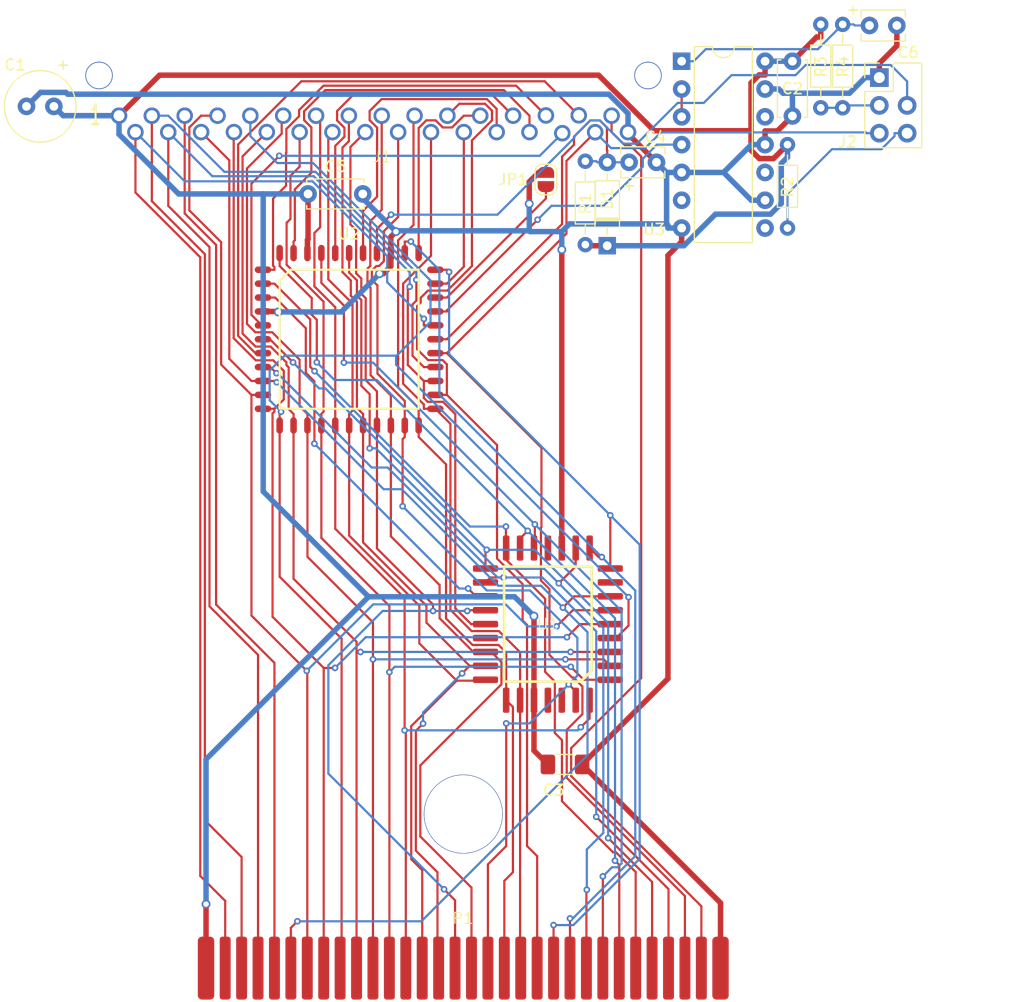
<source format=kicad_pcb>
(kicad_pcb (version 20240108) (generator "pcbnew") (generator_version "8.0")
  (layers (0 "F.Cu" signal) (31 "B.Cu" signal) (34 "B.Paste" user) (35 "F.Paste" user) (36 "B.SilkS" user "B.Silkscreen") (37 "F.SilkS" user "F.Silkscreen") (38 "B.Mask" user) (39 "F.Mask" user) (44 "Edge.Cuts" user))
  (net 0 "")
  (net 1 "/VCC")
  (net 2 "/PwrGood")
  (net 3 "/LED+")
  (net 4 "/Codes On{slash}Off")
  (net 5 "Net-(C6-Pad1)")
  (net 6 "/GND")
  (net 10 "Net-(U3-Pad2)")
  (net 12 "/On{slash}Off")
  (net 13 "/GND.Jumper")
  (net 14 "/A5")
  (net 15 "/A2")
  (net 16 "/D5.Sys")
  (net 17 "/D3.Sys")
  (net 18 "/A0")
  (net 19 "/D4.Sys")
  (net 20 "/D1.Sys")
  (net 21 "/D2.Sys")
  (net 22 "/D6.Sys")
  (net 23 "/A12")
  (net 24 "/A6")
  (net 25 "/A9")
  (net 26 "/A13")
  (net 27 "/A1")
  (net 28 "/A14")
  (net 29 "/A3")
  (net 30 "/~{EPROM.CE}")
  (net 31 "/A10")
  (net 32 "/A11")
  (net 33 "/A8")
  (net 34 "/A4")
  (net 35 "/~{READ}")
  (net 36 "/A7")
  (net 37 "/D7.Sys")
  (net 38 "/D0.Sys")
  (net 39 "/D7.Game")
  (net 40 "/D6.Game")
  (net 41 "/D4.Game")
  (net 42 "/D3.Game")
  (net 43 "/D5.Game")
  (net 44 "/A15")
  (net 45 "/Audio")
  (net 46 "/~{WRITE}")
  (net 47 "/LED-")
  (net 48 "/Clk")
  (net 49 "/~{CS}")
  (net 50 "/D1.Game")
  (net 51 "/D0.Game")
  (net 52 "/D2.Game")
  (net 53 "/Code.Screen")
  (footprint "Resistor_THT:R_Axial_DIN0204_L3.6mm_D1.6mm_P7.62mm_Horizontal" (layer "F.Cu") (at 154.17 59.315 90)
    (property "Reference" "R2")
    (property "Value" "3.3K Ohm")
  )
  (footprint "GameGenie:iMP PLD" (layer "F.Cu") (at 114.125 69.475)
    (property "Reference" "U2")
    (property "Value" "~")
  )
  (footprint "Capacitor_THT:C_Disc_D3.8mm_W2.6mm_P2.50mm" (layer "F.Cu") (at 139.7 53.31)
    (property "Reference" "C4")
    (property "Value" "1uF 10v")
  )
  (footprint "Diode_THT:D_DO-35_SOD27_P7.62mm_Horizontal" (layer "F.Cu") (at 137.7 60.93 90)
    (property "Reference" "D1")
    (property "Value" "D_Filled")
  )
  (footprint "GameGenie:Drill Hole" (layer "F.Cu") (at 124.55 112.85)
    (property "Reference" "Hole" (hide yes))
    (property "Value" "Drill Hole")
  )
  (footprint "Package_DIP:DIP-14_W7.62mm" (layer "F.Cu") (at 144.5 44.075)
    (property "Reference" "U3")
    (property "Value" "74HC14")
  )
  (footprint "Capacitor_THT:C_Disc_D5.0mm_W2.5mm_P5.00mm" (layer "F.Cu") (at 110.37 56.2)
    (property "Reference" "C5")
    (property "Value" "100 nF")
  )
  (footprint "GameGenie:Edge Connector" (layer "F.Cu") (at 124.55 126.925)
    (property "Reference" "P1")
    (property "Value" "Cart_Edge_Connector")
  )
  (footprint "GameGenie:Cartridge Connector" (layer "F.Cu") (at 116.35 49.8)
    (property "Reference" "J1")
    (property "Value" "Game_Edge_Connector")
  )
  (footprint "Resistor_THT:R_Axial_DIN0204_L3.6mm_D1.6mm_P7.62mm_Horizontal" (layer "F.Cu") (at 159.21 48.33 90)
    (property "Reference" "R4")
    (property "Value" "10K Ohm")
  )
  (footprint "Jumper:SolderJumper-2_P1.3mm_Open_RoundedPad1.0x1.5mm" (layer "F.Cu") (at 132.1 54.88 90)
    (property "Reference" "JP1")
    (property "Value" "Jumper_2_Bridged")
  )
  (footprint "Capacitor_THT:C_Radial_D6.3mm_H5.0mm_P2.50mm" (layer "F.Cu") (at 87.15 48.2 180)
    (property "Reference" "C1")
    (property "Value" "47uF 10v")
  )
  (footprint "GameGenie:EPROM" (layer "F.Cu") (at 132.28 95.5)
    (property "Reference" "U1")
    (property "Value" "27C256")
  )
  (footprint "Capacitor_THT:C_Disc_D3.8mm_W2.6mm_P2.50mm" (layer "F.Cu") (at 161.66 40.81)
    (property "Reference" "C6")
    (property "Value" "1uF 10v")
  )
  (footprint "Resistor_THT:R_Axial_DIN0204_L3.6mm_D1.6mm_P7.62mm_Horizontal" (layer "F.Cu") (at 157.21 48.33 90)
    (property "Reference" "R3")
    (property "Value" "10K Ohm")
  )
  (footprint "Capacitor_SMD:C_1206_3216Metric_Pad1.33x1.80mm_HandSolder" (layer "F.Cu") (at 133.8425 108.32)
    (property "Reference" "C3")
    (property "Value" "100 nF")
  )
  (footprint "Connector_PinHeader_2.54mm:PinHeader_2x03_P2.54mm_Vertical" (layer "F.Cu") (at 162.56 45.57)
    (property "Reference" "J2")
    (property "Value" "Conn_02x03_Counter_Clockwise")
  )
  (footprint "Resistor_THT:R_Axial_DIN0204_L3.6mm_D1.6mm_P7.62mm_Horizontal" (layer "F.Cu") (at 135.7 60.83 90)
    (property "Reference" "R1")
    (property "Value" "10K Ohm")
  )
  (footprint "Capacitor_THT:C_Disc_D5.0mm_W2.5mm_P5.00mm" (layer "F.Cu") (at 154.62 49.075 90)
    (property "Reference" "C2")
    (property "Value" "100 nF")
  )
  (gr_arc (start 144.5 62.95) (mid 145.012563 61.712563) (end 146.25 61.2) (stroke (width 0.002)) (layer "Edge.Cuts"))
  (gr_line (start 82.25 38.7) (end 82.25 51.7) (stroke (width 0.002)) (layer "Edge.Cuts"))
  (gr_line (start 92.75 55.7) (end 92.75 61.2) (stroke (width 0.002)) (layer "Edge.Cuts"))
  (gr_line (start 156 61.2) (end 146.25 61.2) (stroke (width 0.002)) (layer "Edge.Cuts"))
  (gr_line (start 156 56.45) (end 156 61.2) (stroke (width 0.002)) (layer "Edge.Cuts"))
  (gr_line (start 167.25 38.7) (end 167.25 52.45) (stroke (width 0.002)) (layer "Edge.Cuts"))
  (gr_line (start 167.25 38.7) (end 155.25 38.7) (stroke (width 0.002)) (layer "Edge.Cuts"))
  (gr_arc (start 98.25 61.2) (mid 99.487437 61.712563) (end 100 62.95) (stroke (width 0.002)) (layer "Edge.Cuts"))
  (gr_line (start 144.5 104.993474) (end 144.5 62.95) (stroke (width 0.002)) (layer "Edge.Cuts"))
  (gr_line (start 167.25 52.45) (end 160 52.45) (stroke (width 0.002)) (layer "Edge.Cuts"))
  (gr_line (start 149.1 130) (end 149.1 111) (stroke (width 0.002)) (layer "Edge.Cuts"))
  (gr_line (start 98.25 61.2) (end 92.75 61.2) (stroke (width 0.002)) (layer "Edge.Cuts"))
  (gr_arc (start 94.9 42.2) (mid 93.662563 41.687437) (end 93.15 40.45) (stroke (width 0.002)) (layer "Edge.Cuts"))
  (gr_line (start 88.75 51.7) (end 82.25 51.7) (stroke (width 0.002)) (layer "Edge.Cuts"))
  (gr_line (start 155.25 38.7) (end 155.25 40.45) (stroke (width 0.002)) (layer "Edge.Cuts"))
  (gr_arc (start 156 56.45) (mid 157.171573 53.621573) (end 160 52.45) (stroke (width 0.002)) (layer "Edge.Cuts"))
  (gr_arc (start 149.100001 110.999999) (mid 145.98883 108.617958) (end 144.5 104.993474) (stroke (width 0.002)) (layer "Edge.Cuts"))
  (gr_line (start 93.15 38.7) (end 82.25 38.7) (stroke (width 0.002)) (layer "Edge.Cuts"))
  (gr_line (start 153.5 42.2) (end 94.9 42.2) (stroke (width 0.002)) (layer "Edge.Cuts"))
  (gr_line (start 93.15 38.7) (end 93.15 40.45) (stroke (width 0.002)) (layer "Edge.Cuts"))
  (gr_line (start 100 130) (end 149.1 130) (stroke (width 0.002)) (layer "Edge.Cuts"))
  (gr_arc (start 88.75 51.7) (mid 91.578427 52.871573) (end 92.75 55.7) (stroke (width 0.002)) (layer "Edge.Cuts"))
  (gr_arc (start 155.25 40.45) (mid 154.737437 41.687437) (end 153.5 42.2) (stroke (width 0.002)) (layer "Edge.Cuts"))
  (gr_line (start 100 130) (end 100 62.95) (stroke (width 0.002)) (layer "Edge.Cuts"))
  (gr_text "+" (at 139.71 55.39 0) (layer "F.SilkS") (effects (font (size 1 1))))
  (gr_text "+" (at 88 44.36 0) (layer "F.SilkS") (effects (font (size 1 1))))
  (gr_text "+" (at 160.18 39.33 0) (layer "F.SilkS") (effects (font (size 1 1))))
  (segment (start 96.8002 45.3498) (end 93.1 49.05) (width 0.5) (layer "F.Cu") (net 1))
  (segment (start 136.9153 45.3498) (end 96.8002 45.3498) (width 0.5) (layer "F.Cu") (net 1))
  (segment (start 137.7 60.93) (end 135.8 60.93) (width 0.5) (layer "F.Cu") (net 1))
  (segment (start 135.8 60.93) (end 135.7 60.83) (width 0.5) (layer "F.Cu") (net 1))
  (segment (start 151.5916 52.965) (end 150.8375 52.2109) (width 0.5) (layer "F.Cu") (net 1))
  (segment (start 157.21 40.71) (end 157.21 41.8617) (width 0.5) (layer "F.Cu") (net 1))
  (segment (start 151.5756 45.3267) (end 152.12 45.3267) (width 0.5) (layer "F.Cu") (net 1))
  (segment (start 152.12 44.075) (end 152.12 45.3267) (width 0.5) (layer "F.Cu") (net 1))
  (segment (start 156.8333 41.8617) (end 157.21 41.8617) (width 0.5) (layer "F.Cu") (net 1))
  (segment (start 110.37 60.3433) (end 110.315 60.3983) (width 0.5) (layer "F.Cu") (net 1))
  (segment (start 131.01 94.7699) (end 131.0084 94.7683) (width 0.5) (layer "F.Cu") (net 1))
  (segment (start 131.01 102.45) (end 131.01 94.7699) (width 0.5) (layer "F.Cu") (net 1))
  (segment (start 150.8375 50.425) (end 150.8375 46.0648) (width 0.5) (layer "F.Cu") (net 1))
  (segment (start 150.8375 52.2109) (end 150.8375 50.425) (width 0.5) (layer "F.Cu") (net 1))
  (segment (start 131.01 107.05) (end 131.01 102.45) (width 0.5) (layer "F.Cu") (net 1))
  (segment (start 150.8375 50.425) (end 141.9905 50.425) (width 0.5) (layer "F.Cu") (net 1))
  (segment (start 150.8375 46.0648) (end 151.5756 45.3267) (width 0.5) (layer "F.Cu") (net 1))
  (segment (start 152.9 52.965) (end 151.5916 52.965) (width 0.5) (layer "F.Cu") (net 1))
  (segment (start 141.9905 50.425) (end 136.9153 45.3498) (width 0.5) (layer "F.Cu") (net 1))
  (segment (start 132.28 108.32) (end 131.01 107.05) (width 0.5) (layer "F.Cu") (net 1))
  (segment (start 154.17 51.695) (end 152.9 52.965) (width 0.5) (layer "F.Cu") (net 1))
  (segment (start 110.315 61.6) (end 110.315 60.3983) (width 0.5) (layer "F.Cu") (net 1))
  (segment (start 154.62 44.075) (end 156.8333 41.8617) (width 0.5) (layer "F.Cu") (net 1))
  (segment (start 101.05 126.925) (end 101.05 121.0779) (width 0.5) (layer "F.Cu") (net 1))
  (segment (start 110.37 56.2) (end 110.37 60.3433) (width 0.5) (layer "F.Cu") (net 1))
  (via (at 101.05 121.0779) (size 0.8) (drill 0.5) (layers "F.Cu" "B.Cu") (net 1))
  (via (at 131.0084 94.7683) (size 0.8) (drill 0.5) (layers "F.Cu" "B.Cu") (net 1))
  (segment (start 110.37 56.2) (end 106.2713 56.2) (width 0.5) (layer "B.Cu") (net 1))
  (segment (start 153.6 57.0712) (end 152.6262 58.045) (width 0.5) (layer "B.Cu") (net 1))
  (segment (start 152.6262 58.045) (end 147.5917 58.045) (width 0.5) (layer "B.Cu") (net 1))
  (segment (start 93.1 49.05) (end 88 49.05) (width 0.5) (layer "B.Cu") (net 1))
  (segment (start 154.62 44.075) (end 152.12 44.075) (width 0.5) (layer "B.Cu") (net 1))
  (segment (start 101.05 107.8437) (end 101.05 121.0779) (width 0.5) (layer "B.Cu") (net 1))
  (segment (start 153.6 53.4167) (end 153.6 57.0712) (width 0.5) (layer "B.Cu") (net 1))
  (segment (start 154.17 51.695) (end 154.17 52.8467) (width 0.5) (layer "B.Cu") (net 1))
  (segment (start 93.1 50.7504) (end 93.1 49.05) (width 0.5) (layer "B.Cu") (net 1))
  (segment (start 144.7067 60.93) (end 137.7 60.93) (width 0.5) (layer "B.Cu") (net 1))
  (segment (start 88 49.05) (end 87.15 48.2) (width 0.5) (layer "B.Cu") (net 1))
  (segment (start 106.2713 56.2) (end 98.5496 56.2) (width 0.5) (layer "B.Cu") (net 1))
  (segment (start 129.2401 93) (end 131.0084 94.7683) (width 0.5) (layer "B.Cu") (net 1))
  (segment (start 106.2713 56.2) (end 106.2713 83.3776) (width 0.5) (layer "B.Cu") (net 1))
  (segment (start 115.8937 93) (end 101.05 107.8437) (width 0.5) (layer "B.Cu") (net 1))
  (segment (start 106.2713 83.3776) (end 115.8937 93) (width 0.5) (layer "B.Cu") (net 1))
  (segment (start 115.8937 93) (end 129.2401 93) (width 0.5) (layer "B.Cu") (net 1))
  (segment (start 98.5496 56.2) (end 93.1 50.7504) (width 0.5) (layer "B.Cu") (net 1))
  (segment (start 147.5917 58.045) (end 144.7067 60.93) (width 0.5) (layer "B.Cu") (net 1))
  (segment (start 154.17 52.8467) (end 153.6 53.4167) (width 0.5) (layer "B.Cu") (net 1))
  (segment (start 136.1505 49.4857) (end 137.0258 49.4857) (width 0.2) (layer "F.Cu") (net 2))
  (segment (start 134.6647 50.9715) (end 136.1505 49.4857) (width 0.2) (layer "F.Cu") (net 2))
  (segment (start 122 69.475) (end 123.0517 69.475) (width 0.2) (layer "F.Cu") (net 2))
  (segment (start 137.675 52.1833) (end 137.7 52.2083) (width 0.2) (layer "F.Cu") (net 2))
  (segment (start 137.675 50.1349) (end 137.675 52.1833) (width 0.2) (layer "F.Cu") (net 2))
  (segment (start 133.5743 52.7906) (end 134.6647 51.7002) (width 0.2) (layer "F.Cu") (net 2))
  (segment (start 137.7 53.31) (end 137.7 52.2083) (width 0.2) (layer "F.Cu") (net 2))
  (segment (start 134.6647 51.7002) (end 134.6647 50.9715) (width 0.2) (layer "F.Cu") (net 2))
  (segment (start 123.0517 69.475) (end 133.5743 58.9524) (width 0.2) (layer "F.Cu") (net 2))
  (segment (start 133.5743 58.9524) (end 133.5743 52.7906) (width 0.2) (layer "F.Cu") (net 2))
  (segment (start 137.0258 49.4857) (end 137.675 50.1349) (width 0.2) (layer "F.Cu") (net 2))
  (segment (start 135.7 53.21) (end 136.7017 53.21) (width 0.2) (layer "B.Cu") (net 2))
  (segment (start 136.7017 53.21) (end 136.8017 53.31) (width 0.2) (layer "B.Cu") (net 2))
  (segment (start 137.7 53.31) (end 139.7 53.31) (width 0.2) (layer "B.Cu") (net 2))
  (segment (start 136.8017 53.31) (end 137.7 53.31) (width 0.2) (layer "B.Cu") (net 2))
  (segment (start 163.9483 50.9185) (end 163.9483 50.65) (width 0.2) (layer "B.Cu") (net 3))
  (segment (start 158.2336 52.1115) (end 162.7553 52.1115) (width 0.2) (layer "B.Cu") (net 3))
  (segment (start 154.17 56.1751) (end 158.2336 52.1115) (width 0.2) (layer "B.Cu") (net 3))
  (segment (start 162.7553 52.1115) (end 163.9483 50.9185) (width 0.2) (layer "B.Cu") (net 3))
  (segment (start 154.17 59.315) (end 154.17 56.1751) (width 0.2) (layer "B.Cu") (net 3))
  (segment (start 165.1 50.65) (end 163.9483 50.65) (width 0.2) (layer "B.Cu") (net 3))
  (segment (start 159.43 48.11) (end 159.21 48.33) (width 0.2) (layer "B.Cu") (net 4))
  (segment (start 157.21 48.33) (end 159.21 48.33) (width 0.2) (layer "B.Cu") (net 4))
  (segment (start 162.56 48.11) (end 159.43 48.11) (width 0.2) (layer "B.Cu") (net 4))
  (segment (start 159.21 40.71) (end 160.2117 40.71) (width 0.2) (layer "B.Cu") (net 5))
  (segment (start 156.9467 42.9733) (end 159.21 40.71) (width 0.2) (layer "B.Cu") (net 5))
  (segment (start 160.3117 40.81) (end 160.2117 40.71) (width 0.2) (layer "B.Cu") (net 5))
  (segment (start 161.66 40.81) (end 160.3117 40.81) (width 0.2) (layer "B.Cu") (net 5))
  (segment (start 146.7034 42.9733) (end 156.9467 42.9733) (width 0.2) (layer "B.Cu") (net 5))
  (segment (start 144.5 44.075) (end 145.6017 44.075) (width 0.2) (layer "B.Cu") (net 5))
  (segment (start 145.6017 44.075) (end 146.7034 42.9733) (width 0.2) (layer "B.Cu") (net 5))
  (segment (start 144.5 59.315) (end 144.5 60.5667) (width 0.5) (layer "F.Cu") (net 6))
  (segment (start 117.935 61.6) (end 117.935 62.8017) (width 0.5) (layer "F.Cu") (net 6))
  (segment (start 142.2 53.31) (end 139.6 50.71) (width 0.5) (layer "F.Cu") (net 6))
  (segment (start 133.55 88.55) (end 133.55 61.2914) (width 0.5) (layer "F.Cu") (net 6))
  (segment (start 143.2483 61.8184) (end 143.2483 100.4767) (width 0.5) (layer "F.Cu") (net 6))
  (segment (start 117.935 60.1077) (end 118.4019 59.6408) (width 0.5) (layer "F.Cu") (net 6))
  (segment (start 144.5 60.5667) (end 143.2483 61.8184) (width 0.5) (layer "F.Cu") (net 6))
  (segment (start 117.935 62.8017) (end 117.251 63.4857) (width 0.5) (layer "F.Cu") (net 6))
  (segment (start 139.6 50.71) (end 139.6 50.55) (width 0.5) (layer "F.Cu") (net 6))
  (segment (start 131.4435 54.23) (end 130.5771 55.0964) (width 0.5) (layer "F.Cu") (net 6))
  (segment (start 152.12 51.695) (end 152.12 50.4433) (width 0.5) (layer "F.Cu") (net 6))
  (segment (start 117.935 61.6) (end 117.935 60.1077) (width 0.5) (layer "F.Cu") (net 6))
  (segment (start 148.05 120.965) (end 148.05 126.925) (width 0.5) (layer "F.Cu") (net 6))
  (segment (start 106.25 66.935) (end 107.4517 66.935) (width 0.5) (layer "F.Cu") (net 6))
  (segment (start 162.56 45.57) (end 162.56 44.2683) (width 0.5) (layer "F.Cu") (net 6))
  (segment (start 107.4961 66.9794) (end 107.4517 66.935) (width 0.5) (layer "F.Cu") (net 6))
  (segment (start 107.6516 66.9794) (end 107.4961 66.9794) (width 0.5) (layer "F.Cu") (net 6))
  (segment (start 153.2517 50.4433) (end 152.12 50.4433) (width 0.5) (layer "F.Cu") (net 6))
  (segment (start 132.1 54.23) (end 131.4435 54.23) (width 0.5) (layer "F.Cu") (net 6))
  (segment (start 162.56 44.2683) (end 164.16 42.6683) (width 0.5) (layer "F.Cu") (net 6))
  (segment (start 117.251 63.4857) (end 116.9004 63.4857) (width 0.5) (layer "F.Cu") (net 6))
  (segment (start 143.2483 100.4767) (end 135.405 108.32) (width 0.5) (layer "F.Cu") (net 6))
  (segment (start 130.5771 55.0964) (end 130.5771 57.0949) (width 0.5) (layer "F.Cu") (net 6))
  (segment (start 154.62 49.075) (end 153.2517 50.4433) (width 0.5) (layer "F.Cu") (net 6))
  (segment (start 164.16 42.6683) (end 164.16 40.81) (width 0.5) (layer "F.Cu") (net 6))
  (segment (start 135.405 108.32) (end 148.05 120.965) (width 0.5) (layer "F.Cu") (net 6))
  (via (at 107.6516 66.9794) (size 0.8) (drill 0.5) (layers "F.Cu" "B.Cu") (net 6))
  (via (at 118.4019 59.6408) (size 0.8) (drill 0.5) (layers "F.Cu" "B.Cu") (net 6))
  (via (at 116.9004 63.4857) (size 0.8) (drill 0.5) (layers "F.Cu" "B.Cu") (net 6))
  (via (at 133.55 61.2914) (size 0.8) (drill 0.5) (layers "F.Cu" "B.Cu") (net 6))
  (via (at 130.5771 57.0949) (size 0.8) (drill 0.5) (layers "F.Cu" "B.Cu") (net 6))
  (segment (start 143.2483 59.315) (end 143.2483 59.0607) (width 0.5) (layer "B.Cu") (net 6))
  (segment (start 154.62 49.075) (end 154.62 46.9955) (width 0.5) (layer "B.Cu") (net 6))
  (segment (start 130.5771 57.0949) (end 130.5771 59.5666) (width 0.5) (layer "B.Cu") (net 6))
  (segment (start 154.62 46.9955) (end 159.8328 46.9955) (width 0.5) (layer "B.Cu") (net 6))
  (segment (start 143.125 54.235) (end 142.2 53.31) (width 0.5) (layer "B.Cu") (net 6))
  (segment (start 134.2534 58.9374) (end 133.55 59.6408) (width 0.5) (layer "B.Cu") (net 6))
  (segment (start 130.6513 59.6408) (end 133.55 59.6408) (width 0.5) (layer "B.Cu") (net 6))
  (segment (start 143.2483 59.0607) (end 143.125 58.9374) (width 0.5) (layer "B.Cu") (net 6))
  (segment (start 133.55 59.6408) (end 133.55 61.2914) (width 0.5) (layer "B.Cu") (net 6))
  (segment (start 152.12 46.615) (end 153.3717 46.615) (width 0.5) (layer "B.Cu") (net 6))
  (segment (start 152.12 51.695) (end 150.8683 51.695) (width 0.5) (layer "B.Cu") (net 6))
  (segment (start 139.6 50.55) (end 139.6 48.8444) (width 0.5) (layer "B.Cu") (net 6))
  (segment (start 88.4119 47.0869) (end 88.2469 46.9219) (width 0.5) (layer "B.Cu") (net 6))
  (segment (start 139.6 48.8444) (end 137.8425 47.0869) (width 0.5) (layer "B.Cu") (net 6))
  (segment (start 115.37 56.6089) (end 118.4019 59.6408) (width 0.5) (layer "B.Cu") (net 6))
  (segment (start 159.8328 46.9955) (end 161.2583 45.57) (width 0.5) (layer "B.Cu") (net 6))
  (segment (start 143.125 58.9374) (end 134.2534 58.9374) (width 0.5) (layer "B.Cu") (net 6))
  (segment (start 115.37 56.2) (end 115.37 56.6089) (width 0.5) (layer "B.Cu") (net 6))
  (segment (start 144.5 59.315) (end 143.2483 59.315) (width 0.5) (layer "B.Cu") (net 6))
  (segment (start 130.5771 59.5666) (end 118.4761 59.5666) (width 0.5) (layer "B.Cu") (net 6))
  (segment (start 88.2469 46.9219) (end 85.9281 46.9219) (width 0.5) (layer "B.Cu") (net 6))
  (segment (start 150.8683 51.695) (end 148.3283 54.235) (width 0.5) (layer "B.Cu") (net 6))
  (segment (start 148.3283 54.235) (end 150.8683 56.775) (width 0.5) (layer "B.Cu") (net 6))
  (segment (start 148.3283 54.235) (end 144.5 54.235) (width 0.5) (layer "B.Cu") (net 6))
  (segment (start 118.4761 59.5666) (end 118.4019 59.6408) (width 0.5) (layer "B.Cu") (net 6))
  (segment (start 116.9004 63.4857) (end 113.4067 66.9794) (width 0.5) (layer "B.Cu") (net 6))
  (segment (start 153.7522 46.9955) (end 154.62 46.9955) (width 0.5) (layer "B.Cu") (net 6))
  (segment (start 130.5771 59.5666) (end 130.6513 59.6408) (width 0.5) (layer "B.Cu") (net 6))
  (segment (start 143.125 58.9374) (end 143.125 54.235) (width 0.5) (layer "B.Cu") (net 6))
  (segment (start 162.56 45.57) (end 161.2583 45.57) (width 0.5) (layer "B.Cu") (net 6))
  (segment (start 113.4067 66.9794) (end 107.6516 66.9794) (width 0.5) (layer "B.Cu") (net 6))
  (segment (start 152.12 56.775) (end 150.8683 56.775) (width 0.5) (layer "B.Cu") (net 6))
  (segment (start 153.3717 46.615) (end 153.7522 46.9955) (width 0.5) (layer "B.Cu") (net 6))
  (segment (start 137.8425 47.0869) (end 88.4119 47.0869) (width 0.5) (layer "B.Cu") (net 6))
  (segment (start 85.9281 46.9219) (end 84.65 48.2) (width 0.5) (layer "B.Cu") (net 6))
  (segment (start 143.125 54.235) (end 144.5 54.235) (width 0.5) (layer "B.Cu") (net 6))
  (segment (start 144.5 49.155) (end 144.5 46.615) (width 0.2) (layer "F.Cu") (net 10))
  (segment (start 123.0517 66.8401) (end 131.3385 58.5533) (width 0.2) (layer "F.Cu") (net 12))
  (segment (start 123.0517 66.935) (end 123.0517 66.8401) (width 0.2) (layer "F.Cu") (net 12))
  (segment (start 122 66.935) (end 123.0517 66.935) (width 0.2) (layer "F.Cu") (net 12))
  (via (at 131.3385 58.5533) (size 0.6) (drill 0.3) (layers "F.Cu" "B.Cu") (net 12))
  (segment (start 137.3684 57.2807) (end 132.6111 57.2807) (width 0.2) (layer "B.Cu") (net 12))
  (segment (start 140.95 53.6991) (end 137.3684 57.2807) (width 0.2) (layer "B.Cu") (net 12))
  (segment (start 142.243 51.695) (end 140.95 52.988) (width 0.2) (layer "B.Cu") (net 12))
  (segment (start 144.5 51.695) (end 142.243 51.695) (width 0.2) (layer "B.Cu") (net 12))
  (segment (start 132.6111 57.2807) (end 131.3385 58.5533) (width 0.2) (layer "B.Cu") (net 12))
  (segment (start 140.95 52.988) (end 140.95 53.6991) (width 0.2) (layer "B.Cu") (net 12))
  (segment (start 132.1 56.6167) (end 132.1 55.53) (width 0.2) (layer "F.Cu") (net 13))
  (segment (start 123.0517 65.665) (end 132.1 56.6167) (width 0.2) (layer "F.Cu") (net 13))
  (segment (start 122 65.665) (end 123.0517 65.665) (width 0.2) (layer "F.Cu") (net 13))
  (segment (start 110.315 76.2983) (end 109.5979 75.5812) (width 0.2) (layer "F.Cu") (net 14))
  (segment (start 109.5979 75.5812) (end 109.5979 71.3372) (width 0.2) (layer "F.Cu") (net 14))
  (segment (start 107.961 50.6972) (end 107.961 49.189) (width 0.2) (layer "F.Cu") (net 14))
  (segment (start 116.3 95.3365) (end 110.315 89.3515) (width 0.2) (layer "F.Cu") (net 14))
  (segment (start 104.7902 68.0698) (end 104.7902 53.868) (width 0.2) (layer "F.Cu") (net 14))
  (segment (start 110.315 89.3515) (end 110.315 77.35) (width 0.2) (layer "F.Cu") (net 14))
  (segment (start 105.5574 68.837) (end 104.7902 68.0698) (width 0.2) (layer "F.Cu") (net 14))
  (segment (start 116.3 126.925) (end 116.3 98.7154) (width 0.2) (layer "F.Cu") (net 14))
  (segment (start 133.8801 98.7154) (end 137.3854 98.7154) (width 0.2) (layer "F.Cu") (net 14))
  (segment (start 116.3 98.7154) (end 116.3 95.3365) (width 0.2) (layer "F.Cu") (net 14))
  (segment (start 104.7902 53.868) (end 107.961 50.6972) (width 0.2) (layer "F.Cu") (net 14))
  (segment (start 109.5979 71.3372) (end 107.0977 68.837) (width 0.2) (layer "F.Cu") (net 14))
  (segment (start 137.3854 98.7154) (end 137.98 99.31) (width 0.2) (layer "F.Cu") (net 14))
  (segment (start 110.315 77.35) (end 110.315 76.2983) (width 0.2) (layer "F.Cu") (net 14))
  (segment (start 107.0977 68.837) (end 105.5574 68.837) (width 0.2) (layer "F.Cu") (net 14))
  (segment (start 107.961 49.189) (end 108.1 49.05) (width 0.2) (layer "F.Cu") (net 14))
  (via (at 116.3 98.7154) (size 0.6) (drill 0.3) (layers "F.Cu" "B.Cu") (net 14))
  (via (at 133.8801 98.7154) (size 0.6) (drill 0.3) (layers "F.Cu" "B.Cu") (net 14))
  (segment (start 133.8801 98.7154) (end 116.3 98.7154) (width 0.2) (layer "B.Cu") (net 14))
  (segment (start 105.5917 71.3982) (end 107.1839 71.3982) (width 0.2) (layer "F.Cu") (net 15))
  (segment (start 103.5763 69.3828) (end 105.5917 71.3982) (width 0.2) (layer "F.Cu") (net 15))
  (segment (start 108.1532 72.3675) (end 108.1532 74.9735) (width 0.2) (layer "F.Cu") (net 15))
  (segment (start 137.98 95.5) (end 135.2129 95.5) (width 0.2) (layer "F.Cu") (net 15))
  (segment (start 111.8 99.5001) (end 107.1269 94.827) (width 0.2) (layer "F.Cu") (net 15))
  (segment (start 103.5763 50.5737) (end 103.5763 69.3828) (width 0.2) (layer "F.Cu") (net 15))
  (segment (start 108.1532 74.9735) (end 107.3017 75.825) (width 0.2) (layer "F.Cu") (net 15))
  (segment (start 107.1269 76.2491) (end 107.3017 76.0743) (width 0.2) (layer "F.Cu") (net 15))
  (segment (start 107.3017 76.0743) (end 107.3017 75.825) (width 0.2) (layer "F.Cu") (net 15))
  (segment (start 107.1269 94.827) (end 107.1269 76.2491) (width 0.2) (layer "F.Cu") (net 15))
  (segment (start 111.8 126.925) (end 111.8 99.5001) (width 0.2) (layer "F.Cu") (net 15))
  (segment (start 107.1839 71.3982) (end 108.1532 72.3675) (width 0.2) (layer "F.Cu") (net 15))
  (segment (start 135.2129 95.5) (end 134.0192 96.6937) (width 0.2) (layer "F.Cu") (net 15))
  (segment (start 103.6 50.55) (end 103.5763 50.5737) (width 0.2) (layer "F.Cu") (net 15))
  (segment (start 106.25 75.825) (end 107.3017 75.825) (width 0.2) (layer "F.Cu") (net 15))
  (segment (start 111.8 99.5001) (end 112.8327 99.5001) (width 0.2) (layer "F.Cu") (net 15))
  (via (at 134.0192 96.6937) (size 0.6) (drill 0.3) (layers "F.Cu" "B.Cu") (net 15))
  (via (at 112.8327 99.5001) (size 0.6) (drill 0.3) (layers "F.Cu" "B.Cu") (net 15))
  (segment (start 112.8327 99.5001) (end 115.6391 96.6937) (width 0.2) (layer "B.Cu") (net 15))
  (segment (start 115.6391 96.6937) (end 134.0192 96.6937) (width 0.2) (layer "B.Cu") (net 15))
  (segment (start 138.2388 116.3477) (end 138.5026 116.3477) (width 0.2) (layer "F.Cu") (net 16))
  (segment (start 107.3017 64.3971) (end 110.567 67.6624) (width 0.2) (layer "F.Cu") (net 16))
  (segment (start 132.0251 93.1759) (end 132.0251 99.8561) (width 0.2) (layer "F.Cu") (net 16))
  (segment (start 107.3017 64.395) (end 107.3017 64.3971) (width 0.2) (layer "F.Cu") (net 16))
  (segment (start 140.3 118.1451) (end 140.3 126.925) (width 0.2) (layer "F.Cu") (net 16))
  (segment (start 128.47 88.55) (end 128.4459 88.5259) (width 0.2) (layer "F.Cu") (net 16))
  (segment (start 133.565 111.6739) (end 138.2388 116.3477) (width 0.2) (layer "F.Cu") (net 16))
  (segment (start 132.915 105.4412) (end 133.565 106.0912) (width 0.2) (layer "F.Cu") (net 16))
  (segment (start 132.915 100.746) (end 132.915 105.4412) (width 0.2) (layer "F.Cu") (net 16))
  (segment (start 133.565 106.0912) (end 133.565 111.6739) (width 0.2) (layer "F.Cu") (net 16))
  (segment (start 138.5026 116.3477) (end 140.3 118.1451) (width 0.2) (layer "F.Cu") (net 16))
  (segment (start 110.567 67.6624) (end 110.567 71.9917) (width 0.2) (layer "F.Cu") (net 16))
  (segment (start 132.0251 99.8561) (end 132.915 100.746) (width 0.2) (layer "F.Cu") (net 16))
  (segment (start 128.47 88.55) (end 128.47 89.6208) (width 0.2) (layer "F.Cu") (net 16))
  (segment (start 106.25 64.395) (end 107.3017 64.395) (width 0.2) (layer "F.Cu") (net 16))
  (segment (start 128.4459 88.5259) (end 128.4459 86.5851) (width 0.2) (layer "F.Cu") (net 16))
  (segment (start 128.47 89.6208) (end 132.0251 93.1759) (width 0.2) (layer "F.Cu") (net 16))
  (segment (start 110.567 71.9917) (end 110.9617 72.3864) (width 0.2) (layer "F.Cu") (net 16))
  (via (at 128.4459 86.5851) (size 0.6) (drill 0.3) (layers "F.Cu" "B.Cu") (net 16))
  (via (at 110.9617 72.3864) (size 0.6) (drill 0.3) (layers "F.Cu" "B.Cu") (net 16))
  (segment (start 125.1604 86.5851) (end 110.9617 72.3864) (width 0.2) (layer "B.Cu") (net 16))
  (segment (start 128.4459 86.5851) (end 125.1604 86.5851) (width 0.2) (layer "B.Cu") (net 16))
  (segment (start 131.0902 88.4698) (end 131.01 88.55) (width 0.2) (layer "F.Cu") (net 17))
  (segment (start 113.6435 66.3899) (end 113.6435 71.6079) (width 0.2) (layer "F.Cu") (net 17))
  (segment (start 131.0902 86.3893) (end 131.0902 88.4698) (width 0.2) (layer "F.Cu") (net 17))
  (segment (start 111.585 64.3314) (end 113.6435 66.3899) (width 0.2) (layer "F.Cu") (net 17))
  (segment (start 111.585 61.6) (end 111.585 64.3314) (width 0.2) (layer "F.Cu") (net 17))
  (segment (start 137.3 126.925) (end 137.3 118.5471) (width 0.2) (layer "F.Cu") (net 17))
  (via (at 131.0902 86.3893) (size 0.6) (drill 0.3) (layers "F.Cu" "B.Cu") (net 17))
  (via (at 113.6435 71.6079) (size 0.6) (drill 0.3) (layers "F.Cu" "B.Cu") (net 17))
  (via (at 137.3 118.5471) (size 0.6) (drill 0.3) (layers "F.Cu" "B.Cu") (net 17))
  (segment (start 138.661 117.7095) (end 139.0135 117.357) (width 0.2) (layer "B.Cu") (net 17))
  (segment (start 113.6435 71.6079) (end 116.3088 71.6079) (width 0.2) (layer "B.Cu") (net 17))
  (segment (start 137.3 118.5471) (end 138.1376 117.7095) (width 0.2) (layer "B.Cu") (net 17))
  (segment (start 138.1376 117.7095) (end 138.661 117.7095) (width 0.2) (layer "B.Cu") (net 17))
  (segment (start 116.3088 71.6079) (end 131.0902 86.3893) (width 0.2) (layer "B.Cu") (net 17))
  (segment (start 139.0135 117.357) (end 139.0135 94.3126) (width 0.2) (layer "B.Cu") (net 17))
  (segment (start 139.0135 94.3126) (end 131.0902 86.3893) (width 0.2) (layer "B.Cu") (net 17))
  (segment (start 103.1745 71.2612) (end 103.1745 53.1245) (width 0.2) (layer "F.Cu") (net 18))
  (segment (start 107.4218 73.4051) (end 107.5039 73.4051) (width 0.2) (layer "F.Cu") (net 18))
  (segment (start 134.6774 92.96) (end 133.6491 93.9883) (width 0.2) (layer "F.Cu") (net 18))
  (segment (start 107.3017 73.285) (end 107.4218 73.4051) (width 0.2) (layer "F.Cu") (net 18))
  (segment (start 106.25 73.285) (end 107.3017 73.285) (width 0.2) (layer "F.Cu") (net 18))
  (segment (start 108.8 123.2429) (end 108.8 126.925) (width 0.2) (layer "F.Cu") (net 18))
  (segment (start 103.1745 53.1245) (end 100.6 50.55) (width 0.2) (layer "F.Cu") (net 18))
  (segment (start 109.396 122.6469) (end 108.8 123.2429) (width 0.2) (layer "F.Cu") (net 18))
  (segment (start 106.25 73.285) (end 105.1983 73.285) (width 0.2) (layer "F.Cu") (net 18))
  (segment (start 137.98 92.96) (end 134.6774 92.96) (width 0.2) (layer "F.Cu") (net 18))
  (segment (start 105.1983 73.285) (end 103.1745 71.2612) (width 0.2) (layer "F.Cu") (net 18))
  (via (at 107.5039 73.4051) (size 0.6) (drill 0.3) (layers "F.Cu" "B.Cu") (net 18))
  (via (at 109.396 122.6469) (size 0.6) (drill 0.3) (layers "F.Cu" "B.Cu") (net 18))
  (via (at 133.6491 93.9883) (size 0.6) (drill 0.3) (layers "F.Cu" "B.Cu") (net 18))
  (segment (start 133.6491 93.9883) (end 135.9001 96.2393) (width 0.2) (layer "B.Cu") (net 18))
  (segment (start 127.7518 91.9952) (end 118.9313 83.1747) (width 0.2) (layer "B.Cu") (net 18))
  (segment (start 117.2735 83.1747) (end 107.5039 73.4051) (width 0.2) (layer "B.Cu") (net 18))
  (segment (start 135.9001 107.4718) (end 120.725 122.6469) (width 0.2) (layer "B.Cu") (net 18))
  (segment (start 131.656 91.9952) (end 127.7518 91.9952) (width 0.2) (layer "B.Cu") (net 18))
  (segment (start 120.725 122.6469) (end 109.396 122.6469) (width 0.2) (layer "B.Cu") (net 18))
  (segment (start 135.9001 96.2393) (end 135.9001 107.4718) (width 0.2) (layer "B.Cu") (net 18))
  (segment (start 133.6491 93.9883) (end 131.656 91.9952) (width 0.2) (layer "B.Cu") (net 18))
  (segment (start 118.9313 83.1747) (end 117.2735 83.1747) (width 0.2) (layer "B.Cu") (net 18))
  (segment (start 130.4372 86.9784) (end 129.74 87.6756) (width 0.2) (layer "F.Cu") (net 19))
  (segment (start 107.775 62.7831) (end 107.775 61.6) (width 0.2) (layer "F.Cu") (net 19))
  (segment (start 129.74 87.6756) (end 129.74 88.55) (width 0.2) (layer "F.Cu") (net 19))
  (segment (start 111.1687 71.5822) (end 111.1687 67.696) (width 0.2) (layer "F.Cu") (net 19))
  (segment (start 110.7046 67.232) (end 110.7046 65.7127) (width 0.2) (layer "F.Cu") (net 19))
  (segment (start 110.7047 67.232) (end 110.7046 67.232) (width 0.2) (layer "F.Cu") (net 19))
  (segment (start 138.8 117.496) (end 138.4118 117.1078) (width 0.2) (layer "F.Cu") (net 19))
  (segment (start 110.7046 65.7127) (end 107.775 62.7831) (width 0.2) (layer "F.Cu") (net 19))
  (segment (start 111.1687 67.696) (end 110.7047 67.232) (width 0.2) (layer "F.Cu") (net 19))
  (segment (start 138.8 126.925) (end 138.8 117.496) (width 0.2) (layer "F.Cu") (net 19))
  (via (at 111.1687 71.5822) (size 0.6) (drill 0.3) (layers "F.Cu" "B.Cu") (net 19))
  (via (at 138.4118 117.1078) (size 0.6) (drill 0.3) (layers "F.Cu" "B.Cu") (net 19))
  (via (at 130.4372 86.9784) (size 0.6) (drill 0.3) (layers "F.Cu" "B.Cu") (net 19))
  (segment (start 138.4118 117.1078) (end 138.4118 94.953) (width 0.2) (layer "B.Cu") (net 19))
  (segment (start 116.6554 73.1966) (end 112.7831 73.1966) (width 0.2) (layer "B.Cu") (net 19))
  (segment (start 112.7831 73.1966) (end 111.1687 71.5822) (width 0.2) (layer "B.Cu") (net 19))
  (segment (start 138.4118 94.953) (end 130.4372 86.9784) (width 0.2) (layer "B.Cu") (net 19))
  (segment (start 130.4372 86.9784) (end 116.6554 73.1966) (width 0.2) (layer "B.Cu") (net 19))
  (segment (start 119.205 60.5483) (end 119.7635 60.5483) (width 0.2) (layer "F.Cu") (net 20))
  (segment (start 137.2089 89.3742) (end 136.9142 89.3742) (width 0.2) (layer "F.Cu") (net 20))
  (segment (start 119.205 61.6) (end 119.205 60.5483) (width 0.2) (layer "F.Cu") (net 20))
  (segment (start 134.3 126.925) (end 134.3 122.3862) (width 0.2) (layer "F.Cu") (net 20))
  (segment (start 136.9142 89.3742) (end 136.09 88.55) (width 0.2) (layer "F.Cu") (net 20))
  (via (at 134.3 122.3862) (size 0.6) (drill 0.3) (layers "F.Cu" "B.Cu") (net 20))
  (via (at 119.7635 60.5483) (size 0.6) (drill 0.3) (layers "F.Cu" "B.Cu") (net 20))
  (via (at 137.2089 89.3742) (size 0.6) (drill 0.3) (layers "F.Cu" "B.Cu") (net 20))
  (segment (start 140.2622 116.6763) (end 140.2622 92.4275) (width 0.2) (layer "B.Cu") (net 20))
  (segment (start 122.3666 74.5319) (end 122.3666 63.1514) (width 0.2) (layer "B.Cu") (net 20))
  (segment (start 122.3666 63.1514) (end 119.7635 60.5483) (width 0.2) (layer "B.Cu") (net 20))
  (segment (start 137.2089 89.3742) (end 122.3666 74.5319) (width 0.2) (layer "B.Cu") (net 20))
  (segment (start 140.2622 92.4275) (end 137.2089 89.3742) (width 0.2) (layer "B.Cu") (net 20))
  (segment (start 134.5523 122.3862) (end 140.2622 116.6763) (width 0.2) (layer "B.Cu") (net 20))
  (segment (start 134.3 122.3862) (end 134.5523 122.3862) (width 0.2) (layer "B.Cu") (net 20))
  (segment (start 114.125 63.3821) (end 114.125 62.6517) (width 0.2) (layer "F.Cu") (net 21))
  (segment (start 135.8 126.925) (end 135.8 119.801) (width 0.2) (layer "F.Cu") (net 21))
  (segment (start 114.125 61.6) (end 114.125 62.6517) (width 0.2) (layer "F.Cu") (net 21))
  (segment (start 134.82 90.2242) (end 133.2741 91.7701) (width 0.2) (layer "F.Cu") (net 21))
  (segment (start 115.2353 65.8862) (end 114.8335 65.4844) (width 0.2) (layer "F.Cu") (net 21))
  (segment (start 115.9991 74.4883) (end 115.2353 73.7245) (width 0.2) (layer "F.Cu") (net 21))
  (segment (start 115.9991 79.4352) (end 115.9991 74.4883) (width 0.2) (layer "F.Cu") (net 21))
  (segment (start 134.82 88.55) (end 134.82 90.2242) (width 0.2) (layer "F.Cu") (net 21))
  (segment (start 114.8336 64.0907) (end 114.125 63.3821) (width 0.2) (layer "F.Cu") (net 21))
  (segment (start 135.8 119.801) (end 135.836 119.765) (width 0.2) (layer "F.Cu") (net 21))
  (segment (start 114.8335 65.4212) (end 114.8336 65.4211) (width 0.2) (layer "F.Cu") (net 21))
  (segment (start 114.8336 65.4211) (end 114.8336 64.0907) (width 0.2) (layer "F.Cu") (net 21))
  (segment (start 114.8335 65.4844) (end 114.8335 65.4212) (width 0.2) (layer "F.Cu") (net 21))
  (segment (start 115.2353 73.7245) (end 115.2353 65.8862) (width 0.2) (layer "F.Cu") (net 21))
  (via (at 135.836 119.765) (size 0.6) (drill 0.3) (layers "F.Cu" "B.Cu") (net 21))
  (via (at 133.2741 91.7701) (size 0.6) (drill 0.3) (layers "F.Cu" "B.Cu") (net 21))
  (via (at 115.9991 79.4352) (size 0.6) (drill 0.3) (layers "F.Cu" "B.Cu") (net 21))
  (segment (start 127.5759 90.444) (end 131.948 90.444) (width 0.2) (layer "B.Cu") (net 21))
  (segment (start 137.3432 95.8392) (end 133.2741 91.7701) (width 0.2) (layer "B.Cu") (net 21))
  (segment (start 116.5671 79.4352) (end 127.5759 90.444) (width 0.2) (layer "B.Cu") (net 21))
  (segment (start 137.3432 114.573) (end 137.3432 95.8392) (width 0.2) (layer "B.Cu") (net 21))
  (segment (start 115.9991 79.4352) (end 116.5671 79.4352) (width 0.2) (layer "B.Cu") (net 21))
  (segment (start 135.836 119.765) (end 135.836 116.0802) (width 0.2) (layer "B.Cu") (net 21))
  (segment (start 135.836 116.0802) (end 137.3432 114.573) (width 0.2) (layer "B.Cu") (net 21))
  (segment (start 131.948 90.444) (end 133.2741 91.7701) (width 0.2) (layer "B.Cu") (net 21))
  (segment (start 126.58 88.818) (end 126.6905 88.7075) (width 0.2) (layer "F.Cu") (net 22))
  (segment (start 126.58 90.42) (end 126.58 88.818) (width 0.2) (layer "F.Cu") (net 22))
  (segment (start 106.25 69.475) (end 106.8848 69.475) (width 0.2) (layer "F.Cu") (net 22))
  (segment (start 141.8 126.925) (end 141.8 119.0552) (width 0.2) (layer "F.Cu") (net 22))
  (segment (start 141.8 119.0552) (end 137.7895 115.0447) (width 0.2) (layer "F.Cu") (net 22))
  (segment (start 106.8848 69.475) (end 108.9962 71.5864) (width 0.2) (layer "F.Cu") (net 22))
  (via (at 126.6905 88.7075) (size 0.6) (drill 0.3) (layers "F.Cu" "B.Cu") (net 22))
  (via (at 137.7895 115.0447) (size 0.6) (drill 0.3) (layers "F.Cu" "B.Cu") (net 22))
  (via (at 108.9962 71.5864) (size 0.6) (drill 0.3) (layers "F.Cu" "B.Cu") (net 22))
  (segment (start 111.3725 73.9627) (end 108.9962 71.5864) (width 0.2) (layer "B.Cu") (net 22))
  (segment (start 137.7895 95.4322) (end 131.0648 88.7075) (width 0.2) (layer "B.Cu") (net 22))
  (segment (start 131.0648 88.7075) (end 126.6905 88.7075) (width 0.2) (layer "B.Cu") (net 22))
  (segment (start 137.7895 115.0447) (end 137.7895 95.4322) (width 0.2) (layer "B.Cu") (net 22))
  (segment (start 126.6905 88.7075) (end 111.9457 73.9627) (width 0.2) (layer "B.Cu") (net 22))
  (segment (start 111.9457 73.9627) (end 111.3725 73.9627) (width 0.2) (layer "B.Cu") (net 22))
  (segment (start 134.82 101.6424) (end 134.82 102.45) (width 0.2) (layer "F.Cu") (net 23))
  (segment (start 126.8 126.925) (end 126.8 117.4469) (width 0.2) (layer "F.Cu") (net 23))
  (segment (start 119.205 75.1139) (end 116.7086 72.6175) (width 0.2) (layer "F.Cu") (net 23))
  (segment (start 116.6099 62.784) (end 116.8539 62.784) (width 0.2) (layer "F.Cu") (net 23))
  (segment (start 116.1987 64.05) (end 116.1987 63.1952) (width 0.2) (layer "F.Cu") (net 23))
  (segment (start 116.7086 64.5599) (end 116.1987 64.05) (width 0.2) (layer "F.Cu") (net 23))
  (segment (start 119.0077 78.599) (end 119.0077 84.7314) (width 0.2) (layer "F.Cu") (net 23))
  (segment (start 119.205 78.4017) (end 119.0077 78.599) (width 0.2) (layer "F.Cu") (net 23))
  (segment (start 128.4721 115.7748) (end 128.4721 104.5678) (width 0.2) (layer "F.Cu") (net 23))
  (segment (start 126.8 117.4469) (end 128.4721 115.7748) (width 0.2) (layer "F.Cu") (net 23))
  (segment (start 116.1987 63.1952) (end 116.6099 62.784) (width 0.2) (layer "F.Cu") (net 23))
  (segment (start 118.5999 50.55) (end 118.6 50.55) (width 0.2) (layer "F.Cu") (net 23))
  (segment (start 116.8539 62.784) (end 117.2984 62.3395) (width 0.2) (layer "F.Cu") (net 23))
  (segment (start 118.5999 58.2987) (end 118.5999 50.55) (width 0.2) (layer "F.Cu") (net 23))
  (segment (start 117.2984 62.3395) (end 117.2984 59.6002) (width 0.2) (layer "F.Cu") (net 23))
  (segment (start 134.179 101.0014) (end 134.82 101.6424) (width 0.2) (layer "F.Cu") (net 23))
  (segment (start 119.205 77.35) (end 119.205 78.4017) (width 0.2) (layer "F.Cu") (net 23))
  (segment (start 117.2984 59.6002) (end 118.5999 58.2987) (width 0.2) (layer "F.Cu") (net 23))
  (segment (start 119.205 77.35) (end 119.205 75.1139) (width 0.2) (layer "F.Cu") (net 23))
  (segment (start 116.7086 72.6175) (end 116.7086 64.5599) (width 0.2) (layer "F.Cu") (net 23))
  (via (at 119.0077 84.7314) (size 0.6) (drill 0.3) (layers "F.Cu" "B.Cu") (net 23))
  (via (at 128.4721 104.5678) (size 0.6) (drill 0.3) (layers "F.Cu" "B.Cu") (net 23))
  (via (at 134.179 101.0014) (size 0.6) (drill 0.3) (layers "F.Cu" "B.Cu") (net 23))
  (segment (start 134.9732 100.2072) (end 134.179 101.0014) (width 0.2) (layer "B.Cu") (net 23))
  (segment (start 130.6505 92.4233) (end 134.9732 96.746) (width 0.2) (layer "B.Cu") (net 23))
  (segment (start 130.6126 104.5678) (end 128.4721 104.5678) (width 0.2) (layer "B.Cu") (net 23))
  (segment (start 126.6996 92.4233) (end 130.6505 92.4233) (width 0.2) (layer "B.Cu") (net 23))
  (segment (start 134.9732 96.746) (end 134.9732 100.2072) (width 0.2) (layer "B.Cu") (net 23))
  (segment (start 134.179 101.0014) (end 130.6126 104.5678) (width 0.2) (layer "B.Cu") (net 23))
  (segment (start 119.0077 84.7314) (end 126.6996 92.4233) (width 0.2) (layer "B.Cu") (net 23))
  (segment (start 108.7625 58.4837) (end 108.7625 54.5401) (width 0.2) (layer "F.Cu") (net 24))
  (segment (start 109.6 53.7026) (end 109.6 50.55) (width 0.2) (layer "F.Cu") (net 24))
  (segment (start 111.585 77.35) (end 111.585 78.4017) (width 0.2) (layer "F.Cu") (net 24))
  (segment (start 111.7848 66.0417) (end 108.4102 62.6671) (width 0.2) (layer "F.Cu") (net 24))
  (segment (start 108.7625 54.5401) (end 109.6 53.7026) (width 0.2) (layer "F.Cu") (net 24))
  (segment (start 111.7848 76.0985) (end 111.7848 66.0417) (width 0.2) (layer "F.Cu") (net 24))
  (segment (start 137.98 100.58) (end 135.5548 100.58) (width 0.2) (layer "F.Cu") (net 24))
  (segment (start 111.585 76.2983) (end 111.7848 76.0985) (width 0.2) (layer "F.Cu") (net 24))
  (segment (start 111.585 87.626) (end 111.585 78.4017) (width 0.2) (layer "F.Cu") (net 24))
  (segment (start 108.4102 58.836) (end 108.7625 58.4837) (width 0.2) (layer "F.Cu") (net 24))
  (segment (start 135.5548 100.58) (end 134.3714 99.3966) (width 0.2) (layer "F.Cu") (net 24))
  (segment (start 117.8 93.841) (end 111.585 87.626) (width 0.2) (layer "F.Cu") (net 24))
  (segment (start 117.8 99.8843) (end 117.8 93.841) (width 0.2) (layer "F.Cu") (net 24))
  (segment (start 117.8 126.925) (end 117.8 99.8843) (width 0.2) (layer "F.Cu") (net 24))
  (segment (start 111.585 77.35) (end 111.585 76.2983) (width 0.2) (layer "F.Cu") (net 24))
  (segment (start 108.4102 62.6671) (end 108.4102 58.836) (width 0.2) (layer "F.Cu") (net 24))
  (via (at 134.3714 99.3966) (size 0.6) (drill 0.3) (layers "F.Cu" "B.Cu") (net 24))
  (via (at 117.8 99.8843) (size 0.6) (drill 0.3) (layers "F.Cu" "B.Cu") (net 24))
  (segment (start 118.2877 99.3966) (end 134.3714 99.3966) (width 0.2) (layer "B.Cu") (net 24))
  (segment (start 117.8 99.8843) (end 118.2877 99.3966) (width 0.2) (layer "B.Cu") (net 24))
  (segment (start 115.395 76.2983) (end 114.8336 75.7369) (width 0.2) (layer "F.Cu") (net 25))
  (segment (start 113.513 51.9682) (end 114.1 51.3812) (width 0.2) (layer "F.Cu") (net 25))
  (segment (start 125.1325 99.31) (end 126.58 99.31) (width 0.2) (layer "F.Cu") (net 25))
  (segment (start 114.1 51.3812) (end 114.1 49.05) (width 0.2) (layer "F.Cu") (net 25))
  (segment (start 122.1933 126.8183) (end 122.3 126.925) (width 0.2) (layer "F.Cu") (net 25))
  (segment (start 115.395 77.35) (end 115.395 78.4017) (width 0.2) (layer "F.Cu") (net 25))
  (segment (start 120.219 116.1942) (end 122.1933 118.1685) (width 0.2) (layer "F.Cu") (net 25))
  (segment (start 114.2752 65.4941) (end 114.2752 64.1004) (width 0.2) (layer "F.Cu") (net 25))
  (segment (start 124.4458 99.9967) (end 124.4458 99.9983) (width 0.2) (layer "F.Cu") (net 25))
  (segment (start 120.8768 104.5855) (end 120.219 105.2433) (width 0.2) (layer "F.Cu") (net 25))
  (segment (start 114.8336 75.7369) (end 114.8336 66.0525) (width 0.2) (layer "F.Cu") (net 25))
  (segment (start 113.513 63.3382) (end 113.513 51.9682) (width 0.2) (layer "F.Cu") (net 25))
  (segment (start 122.1933 118.1685) (end 122.1933 126.8183) (width 0.2) (layer "F.Cu") (net 25))
  (segment (start 121.1851 93.8218) (end 121.1851 95.3626) (width 0.2) (layer "F.Cu") (net 25))
  (segment (start 115.395 77.35) (end 115.395 76.2983) (width 0.2) (layer "F.Cu") (net 25))
  (segment (start 125.1325 99.31) (end 124.4458 99.9967) (width 0.2) (layer "F.Cu") (net 25))
  (segment (start 114.8336 66.0525) (end 114.2752 65.4941) (width 0.2) (layer "F.Cu") (net 25))
  (segment (start 115.395 88.0317) (end 121.1851 93.8218) (width 0.2) (layer "F.Cu") (net 25))
  (segment (start 114.2752 64.1004) (end 113.513 63.3382) (width 0.2) (layer "F.Cu") (net 25))
  (segment (start 120.219 105.2433) (end 120.219 116.1942) (width 0.2) (layer "F.Cu") (net 25))
  (segment (start 121.1851 95.3626) (end 125.1325 99.31) (width 0.2) (layer "F.Cu") (net 25))
  (segment (start 115.395 78.4017) (end 115.395 88.0317) (width 0.2) (layer "F.Cu") (net 25))
  (via (at 124.4458 99.9983) (size 0.6) (drill 0.3) (layers "F.Cu" "B.Cu") (net 25))
  (via (at 120.8768 104.5855) (size 0.6) (drill 0.3) (layers "F.Cu" "B.Cu") (net 25))
  (segment (start 120.8768 103.5673) (end 120.8768 104.5855) (width 0.2) (layer "B.Cu") (net 25))
  (segment (start 124.4458 99.9983) (end 120.8768 103.5673) (width 0.2) (layer "B.Cu") (net 25))
  (segment (start 120.0041 49.1459) (end 120.1 49.05) (width 0.2) (layer "F.Cu") (net 26))
  (segment (start 120.475 76.2983) (end 120.475 75.7512) (width 0.2) (layer "F.Cu") (net 26))
  (segment (start 120.475 77.35) (end 120.475 76.2983) (width 0.2) (layer "F.Cu") (net 26))
  (segment (start 127.7762 97.405) (end 128.47 98.0988) (width 0.2) (layer "F.Cu") (net 26))
  (segment (start 129.0855 103.0655) (end 128.47 102.45) (width 0.2) (layer "F.Cu") (net 26))
  (segment (start 118.5959 73.8721) (end 118.5959 60.4391) (width 0.2) (layer "F.Cu") (net 26))
  (segment (start 120.475 78.4017) (end 122.9753 80.902) (width 0.2) (layer "F.Cu") (net 26))
  (segment (start 120.475 77.35) (end 120.475 78.4017) (width 0.2) (layer "F.Cu") (net 26))
  (segment (start 118.5959 60.4391) (end 120.0041 59.0309) (width 0.2) (layer "F.Cu") (net 26))
  (segment (start 128.3 126.925) (end 128.3 118.9511) (width 0.2) (layer "F.Cu") (net 26))
  (segment (start 120.0041 59.0309) (end 120.0041 49.1459) (width 0.2) (layer "F.Cu") (net 26))
  (segment (start 120.475 75.7512) (end 118.5959 73.8721) (width 0.2) (layer "F.Cu") (net 26))
  (segment (start 122.9753 80.902) (end 122.9753 94.9809) (width 0.2) (layer "F.Cu") (net 26))
  (segment (start 122.9753 94.9809) (end 125.3994 97.405) (width 0.2) (layer "F.Cu") (net 26))
  (segment (start 125.3994 97.405) (end 127.7762 97.405) (width 0.2) (layer "F.Cu") (net 26))
  (segment (start 128.47 98.0988) (end 128.47 102.45) (width 0.2) (layer "F.Cu") (net 26))
  (segment (start 129.0855 118.1656) (end 129.0855 103.0655) (width 0.2) (layer "F.Cu") (net 26))
  (segment (start 128.3 118.9511) (end 129.0855 118.1656) (width 0.2) (layer "F.Cu") (net 26))
  (segment (start 99.525 50.125) (end 99.525 57.701) (width 0.2) (layer "F.Cu") (net 27))
  (segment (start 100.6 49.05) (end 99.525 50.125) (width 0.2) (layer "F.Cu") (net 27))
  (segment (start 105.1983 74.555) (end 105.1983 94.7176) (width 0.2) (layer "F.Cu") (net 27))
  (segment (start 134.553 94.23) (end 133.0753 95.7077) (width 0.2) (layer "F.Cu") (net 27))
  (segment (start 102.1 49.05) (end 100.6 49.05) (width 0.2) (layer "F.Cu") (net 27))
  (segment (start 102.4297 71.7864) (end 105.1983 74.555) (width 0.2) (layer "F.Cu") (net 27))
  (segment (start 105.1983 94.7176) (end 110.2486 99.7679) (width 0.2) (layer "F.Cu") (net 27))
  (segment (start 99.525 57.701) (end 102.4297 60.6057) (width 0.2) (layer "F.Cu") (net 27))
  (segment (start 106.25 74.555) (end 105.1983 74.555) (width 0.2) (layer "F.Cu") (net 27))
  (segment (start 137.98 94.23) (end 134.553 94.23) (width 0.2) (layer "F.Cu") (net 27))
  (segment (start 102.4297 60.6057) (end 102.4297 71.7864) (width 0.2) (layer "F.Cu") (net 27))
  (segment (start 110.2486 99.7679) (end 110.3 99.8193) (width 0.2) (layer "F.Cu") (net 27))
  (segment (start 110.3 99.8193) (end 110.3 126.925) (width 0.2) (layer "F.Cu") (net 27))
  (via (at 110.2486 99.7679) (size 0.6) (drill 0.3) (layers "F.Cu" "B.Cu") (net 27))
  (via (at 133.0753 95.7077) (size 0.6) (drill 0.3) (layers "F.Cu" "B.Cu") (net 27))
  (segment (start 133.0753 95.7077) (end 130.4312 95.7077) (width 0.2) (layer "B.Cu") (net 27))
  (segment (start 130.4312 95.7077) (end 128.417 93.6935) (width 0.2) (layer "B.Cu") (net 27))
  (segment (start 128.417 93.6935) (end 116.323 93.6935) (width 0.2) (layer "B.Cu") (net 27))
  (segment (start 116.323 93.6935) (end 110.2486 99.7679) (width 0.2) (layer "B.Cu") (net 27))
  (segment (start 119.0537 64.3938) (end 119.0537 73.5405) (width 0.2) (layer "F.Cu") (net 28))
  (segment (start 122 75.825) (end 123.377 77.202) (width 0.2) (layer "F.Cu") (net 28))
  (segment (start 121.6 61.8475) (end 119.0537 64.3938) (width 0.2) (layer "F.Cu") (net 28))
  (segment (start 125.3149 96.135) (end 127.8088 96.135) (width 0.2) (layer "F.Cu") (net 28))
  (segment (start 122 75.825) (end 120.9483 75.825) (width 0.2) (layer "F.Cu") (net 28))
  (segment (start 129.74 98.0662) (end 129.74 102.45) (width 0.2) (layer "F.Cu") (net 28))
  (segment (start 121.6 50.55) (end 121.6 61.8475) (width 0.2) (layer "F.Cu") (net 28))
  (segment (start 123.377 77.202) (end 123.377 94.1971) (width 0.2) (layer "F.Cu") (net 28))
  (segment (start 120.9483 75.4351) (end 120.9483 75.825) (width 0.2) (layer "F.Cu") (net 28))
  (segment (start 123.377 94.1971) (end 125.3149 96.135) (width 0.2) (layer "F.Cu") (net 28))
  (segment (start 129.74 126.865) (end 129.8 126.925) (width 0.2) (layer "F.Cu") (net 28))
  (segment (start 119.0537 73.5405) (end 120.9483 75.4351) (width 0.2) (layer "F.Cu") (net 28))
  (segment (start 129.74 102.45) (end 129.74 126.865) (width 0.2) (layer "F.Cu") (net 28))
  (segment (start 127.8088 96.135) (end 129.74 98.0662) (width 0.2) (layer "F.Cu") (net 28))
  (segment (start 107.775 91.1679) (end 107.775 77.35) (width 0.2) (layer "F.Cu") (net 29))
  (segment (start 113.3 126.925) (end 113.4344 126.7906) (width 0.2) (layer "F.Cu") (net 29))
  (segment (start 107.775 76.2983) (end 107.775 76.2227) (width 0.2) (layer "F.Cu") (net 29))
  (segment (start 113.4344 96.8273) (end 107.775 91.1679) (width 0.2) (layer "F.Cu") (net 29))
  (segment (start 107.775 76.2227) (end 107.9041 76.0936) (width 0.2) (layer "F.Cu") (net 29))
  (segment (start 137.98 96.77) (end 138.5091 96.77) (width 0.2) (layer "F.Cu") (net 29))
  (segment (start 139.6464 95.6327) (end 139.6464 93.0369) (width 0.2) (layer "F.Cu") (net 29))
  (segment (start 138.5091 96.77) (end 139.6464 95.6327) (width 0.2) (layer "F.Cu") (net 29))
  (segment (start 113.4344 126.7906) (end 113.4344 96.8273) (width 0.2) (layer "F.Cu") (net 29))
  (segment (start 107.775 77.35) (end 107.775 76.2983) (width 0.2) (layer "F.Cu") (net 29))
  (via (at 107.9041 76.0936) (size 0.6) (drill 0.3) (layers "F.Cu" "B.Cu") (net 29))
  (via (at 139.6464 93.0369) (size 0.6) (drill 0.3) (layers "F.Cu" "B.Cu") (net 29))
  (segment (start 121.5601 67.8794) (end 118.4135 71.026) (width 0.2) (layer "B.Cu") (net 29))
  (segment (start 110.8259 53.3752) (end 121.5601 64.1094) (width 0.2) (layer "B.Cu") (net 29))
  (segment (start 108.2225 70.9738) (end 106.8608 72.3355) (width 0.2) (layer "B.Cu") (net 29))
  (segment (start 105.1 49.05) (end 105.1 50.9213) (width 0.2) (layer "B.Cu") (net 29))
  (segment (start 121.5601 64.1094) (end 121.5601 67.8794) (width 0.2) (layer "B.Cu") (net 29))
  (segment (start 106.8608 75.0503) (end 107.9041 76.0936) (width 0.2) (layer "B.Cu") (net 29))
  (segment (start 107.5539 53.3752) (end 110.8259 53.3752) (width 0.2) (layer "B.Cu") (net 29))
  (segment (start 106.8608 72.3355) (end 106.8608 75.0503) (width 0.2) (layer "B.Cu") (net 29))
  (segment (start 105.1 50.9213) (end 107.5539 53.3752) (width 0.2) (layer "B.Cu") (net 29))
  (segment (start 118.4135 71.026) (end 118.4135 71.804) (width 0.2) (layer "B.Cu") (net 29))
  (segment (start 118.3613 70.9738) (end 108.2225 70.9738) (width 0.2) (layer "B.Cu") (net 29))
  (segment (start 118.4135 71.026) (end 118.3613 70.9738) (width 0.2) (layer "B.Cu") (net 29))
  (segment (start 118.4135 71.804) (end 139.6464 93.0369) (width 0.2) (layer "B.Cu") (net 29))
  (segment (start 107.3017 65.665) (end 107.3665 65.665) (width 0.2) (layer "F.Cu") (net 30))
  (segment (start 110.1653 72.5375) (end 110.95 73.3222) (width 0.2) (layer "F.Cu") (net 30))
  (segment (start 110.1653 68.4638) (end 110.1653 72.5375) (width 0.2) (layer "F.Cu") (net 30))
  (segment (start 126.58 92.96) (end 125.7081 92.96) (width 0.2) (layer "F.Cu") (net 30))
  (segment (start 125.7081 92.96) (end 124.9948 92.2467) (width 0.2) (layer "F.Cu") (net 30))
  (segment (start 110.95 73.3222) (end 110.95 79.0105) (width 0.2) (layer "F.Cu") (net 30))
  (segment (start 107.3665 65.665) (end 110.1653 68.4638) (width 0.2) (layer "F.Cu") (net 30))
  (segment (start 106.25 65.665) (end 107.3017 65.665) (width 0.2) (layer "F.Cu") (net 30))
  (via (at 124.9948 92.2467) (size 0.6) (drill 0.3) (layers "F.Cu" "B.Cu") (net 30))
  (via (at 110.95 79.0105) (size 0.6) (drill 0.3) (layers "F.Cu" "B.Cu") (net 30))
  (segment (start 124.1862 92.2467) (end 124.9948 92.2467) (width 0.2) (layer "B.Cu") (net 30))
  (segment (start 110.95 79.0105) (end 124.1862 92.2467) (width 0.2) (layer "B.Cu") (net 30))
  (segment (start 114.2391 58.9793) (end 114.2391 51.9109) (width 0.2) (layer "F.Cu") (net 31))
  (segment (start 115.2353 63.9244) (end 114.76 63.4491) (width 0.2) (layer "F.Cu") (net 31))
  (segment (start 121.7868 93.7062) (end 121.7868 94.2953) (width 0.2) (layer "F.Cu") (net 31))
  (segment (start 116.665 78.4017) (end 116.665 88.5844) (width 0.2) (layer "F.Cu") (net 31))
  (segment (start 115.637 73.2112) (end 115.637 65.7199) (width 0.2) (layer "F.Cu") (net 31))
  (segment (start 122.795 119.723) (end 123.8 120.728) (width 0.2) (layer "F.Cu") (net 31))
  (segment (start 114.76 59.5002) (end 114.2391 58.9793) (width 0.2) (layer "F.Cu") (net 31))
  (segment (start 116.665 88.5844) (end 121.7868 93.7062) (width 0.2) (layer "F.Cu") (net 31))
  (segment (start 116.665 74.2392) (end 115.637 73.2112) (width 0.2) (layer "F.Cu") (net 31))
  (segment (start 126.58 94.23) (end 124.9813 94.23) (width 0.2) (layer "F.Cu") (net 31))
  (segment (start 114.2391 51.9109) (end 115.6 50.55) (width 0.2) (layer "F.Cu") (net 31))
  (segment (start 114.76 63.4491) (end 114.76 59.5002) (width 0.2) (layer "F.Cu") (net 31))
  (segment (start 116.665 76.2983) (end 116.665 74.2392) (width 0.2) (layer "F.Cu") (net 31))
  (segment (start 115.637 65.7199) (end 115.2353 65.3182) (width 0.2) (layer "F.Cu") (net 31))
  (segment (start 123.8 120.728) (end 123.8 126.925) (width 0.2) (layer "F.Cu") (net 31))
  (segment (start 115.2353 65.3182) (end 115.2353 63.9244) (width 0.2) (layer "F.Cu") (net 31))
  (segment (start 124.9813 94.23) (end 124.916 94.2953) (width 0.2) (layer "F.Cu") (net 31))
  (segment (start 116.665 77.35) (end 116.665 76.2983) (width 0.2) (layer "F.Cu") (net 31))
  (segment (start 116.665 77.35) (end 116.665 78.4017) (width 0.2) (layer "F.Cu") (net 31))
  (via (at 122.795 119.723) (size 0.6) (drill 0.3) (layers "F.Cu" "B.Cu") (net 31))
  (via (at 121.7868 94.2953) (size 0.6) (drill 0.3) (layers "F.Cu" "B.Cu") (net 31))
  (via (at 124.916 94.2953) (size 0.6) (drill 0.3) (layers "F.Cu" "B.Cu") (net 31))
  (segment (start 117.1865 94.2953) (end 112.2247 99.2571) (width 0.2) (layer "B.Cu") (net 31))
  (segment (start 112.2247 99.2571) (end 112.2247 109.1527) (width 0.2) (layer "B.Cu") (net 31))
  (segment (start 112.2247 109.1527) (end 122.795 119.723) (width 0.2) (layer "B.Cu") (net 31))
  (segment (start 121.7868 94.2953) (end 124.916 94.2953) (width 0.2) (layer "B.Cu") (net 31))
  (segment (start 121.7868 94.2953) (end 117.1865 94.2953) (width 0.2) (layer "B.Cu") (net 31))
  (segment (start 117.935 74.6079) (end 116.0845 72.7574) (width 0.2) (layer "F.Cu") (net 32))
  (segment (start 117.1 57.6406) (end 117.1 49.05) (width 0.2) (layer "F.Cu") (net 32))
  (segment (start 117.935 77.35) (end 117.935 78.4017) (width 0.2) (layer "F.Cu") (net 32))
  (segment (start 120.6247 114.8966) (end 120.6247 108.4096) (width 0.2) (layer "F.Cu") (net 32))
  (segment (start 128.0356 100.9987) (end 128.0356 98.969) (width 0.2) (layer "F.Cu") (net 32))
  (segment (start 116.0845 64.7811) (end 115.797 64.4936) (width 0.2) (layer "F.Cu") (net 32))
  (segment (start 117.935 87.4777) (end 122.3886 91.9313) (width 0.2) (layer "F.Cu") (net 32))
  (segment (start 117.935 77.35) (end 117.935 76.2983) (width 0.2) (layer "F.Cu") (net 32))
  (segment (start 125.3 119.5719) (end 120.6247 114.8966) (width 0.2) (layer "F.Cu") (net 32))
  (segment (start 116.0537 58.6869) (end 117.1 57.6406) (width 0.2) (layer "F.Cu") (net 32))
  (segment (start 117.935 78.4017) (end 117.935 87.4777) (width 0.2) (layer "F.Cu") (net 32))
  (segment (start 115.797 64.4936) (end 115.797 63.0289) (width 0.2) (layer "F.Cu") (net 32))
  (segment (start 122.3886 91.9313) (end 122.3886 94.9623) (width 0.2) (layer "F.Cu") (net 32))
  (segment (start 116.0845 72.7574) (end 116.0845 64.7811) (width 0.2) (layer "F.Cu") (net 32))
  (segment (start 125.3 126.925) (end 125.3 119.5719) (width 0.2) (layer "F.Cu") (net 32))
  (segment (start 127.1066 98.04) (end 126.58 98.04) (width 0.2) (layer "F.Cu") (net 32))
  (segment (start 122.3886 94.9623) (end 125.4663 98.04) (width 0.2) (layer "F.Cu") (net 32))
  (segment (start 120.6247 108.4096) (end 128.0356 100.9987) (width 0.2) (layer "F.Cu") (net 32))
  (segment (start 128.0356 98.969) (end 127.1066 98.04) (width 0.2) (layer "F.Cu") (net 32))
  (segment (start 115.797 63.0289) (end 116.0537 62.7722) (width 0.2) (layer "F.Cu") (net 32))
  (segment (start 125.4663 98.04) (end 126.58 98.04) (width 0.2) (layer "F.Cu") (net 32))
  (segment (start 117.935 76.2983) (end 117.935 74.6079) (width 0.2) (layer "F.Cu") (net 32))
  (segment (start 116.0537 62.7722) (end 116.0537 58.6869) (width 0.2) (layer "F.Cu") (net 32))
  (segment (start 114.1251 87.4084) (end 114.1251 78.4017) (width 0.2) (layer "F.Cu") (net 33))
  (segment (start 114.4319 66.2188) (end 112.22 64.0069) (width 0.2) (layer "F.Cu") (net 33))
  (segment (start 114.125 77.35) (end 114.125 78.4017) (width 0.2) (layer "F.Cu") (net 33))
  (segment (start 120.8 117.9752) (end 119.7952 116.9704) (width 0.2) (layer "F.Cu") (net 33))
  (segment (start 114.125 77.35) (end 114.125 76.2983) (width 0.2) (layer "F.Cu") (net 33))
  (segment (start 119.7952 116.9704) (end 119.7952 104.8153) (width 0.2) (layer "F.Cu") (net 33))
  (segment (start 123.9443 100.6662) (end 120.5354 97.2573) (width 0.2) (layer "F.Cu") (net 33))
  (segment (start 120.5354 93.8187) (end 114.1251 87.4084) (width 0.2) (layer "F.Cu") (net 33))
  (segment (start 126.4938 100.6662) (end 126.58 100.58) (width 0.2) (layer "F.Cu") (net 33))
  (segment (start 120.5354 97.2573) (end 120.5354 93.8187) (width 0.2) (layer "F.Cu") (net 33))
  (segment (start 112.22 64.0069) (end 112.22 50.93) (width 0.2) (layer "F.Cu") (net 33))
  (segment (start 120.8 126.925) (end 120.8 117.9752) (width 0.2) (layer "F.Cu") (net 33))
  (segment (start 123.9443 100.6662) (end 126.4938 100.6662) (width 0.2) (layer "F.Cu") (net 33))
  (segment (start 114.1251 78.4017) (end 114.125 78.4017) (width 0.2) (layer "F.Cu") (net 33))
  (segment (start 112.22 50.93) (end 112.6 50.55) (width 0.2) (layer "F.Cu") (net 33))
  (segment (start 119.7952 104.8153) (end 123.9443 100.6662) (width 0.2) (layer "F.Cu") (net 33))
  (segment (start 114.125 76.2983) (end 114.4319 75.9914) (width 0.2) (layer "F.Cu") (net 33))
  (segment (start 114.4319 75.9914) (end 114.4319 66.2188) (width 0.2) (layer "F.Cu") (net 33))
  (segment (start 137.98 98.04) (end 134.356 98.04) (width 0.2) (layer "F.Cu") (net 34))
  (segment (start 109.045 76.2983) (end 108.5992 75.8525) (width 0.2) (layer "F.Cu") (net 34))
  (segment (start 108.5992 75.8525) (end 108.5992 72.0402) (width 0.2) (layer "F.Cu") (net 34))
  (segment (start 109.045 77.35) (end 109.045 91.3581) (width 0.2) (layer "F.Cu") (net 34))
  (segment (start 105.5736 70.1433) (end 104.3872 68.9569) (width 0.2) (layer "F.Cu") (net 34))
  (segment (start 108.5992 72.0402) (end 108.3945 71.8355) (width 0.2) (layer "F.Cu") (net 34))
  (segment (start 104.3872 68.9569) (end 104.3872 52.7628) (width 0.2) (layer "F.Cu") (net 34))
  (segment (start 106.9493 70.1433) (end 105.5736 70.1433) (width 0.2) (layer "F.Cu") (net 34))
  (segment (start 114.8 98.04) (end 115.1592 98.04) (width 0.2) (layer "F.Cu") (net 34))
  (segment (start 108.3945 71.5885) (end 106.9493 70.1433) (width 0.2) (layer "F.Cu") (net 34))
  (segment (start 114.8 98.04) (end 114.8 126.925) (width 0.2) (layer "F.Cu") (net 34))
  (segment (start 114.8 97.1131) (end 114.8 98.04) (width 0.2) (layer "F.Cu") (net 34))
  (segment (start 104.3872 52.7628) (end 106.6 50.55) (width 0.2) (layer "F.Cu") (net 34))
  (segment (start 109.045 77.35) (end 109.045 76.2983) (width 0.2) (layer "F.Cu") (net 34))
  (segment (start 108.3945 71.8355) (end 108.3945 71.5885) (width 0.2) (layer "F.Cu") (net 34))
  (segment (start 109.045 91.3581) (end 114.8 97.1131) (width 0.2) (layer "F.Cu") (net 34))
  (via (at 115.1592 98.04) (size 0.6) (drill 0.3) (layers "F.Cu" "B.Cu") (net 34))
  (via (at 134.356 98.04) (size 0.6) (drill 0.3) (layers "F.Cu" "B.Cu") (net 34))
  (segment (start 134.356 98.04) (end 115.1592 98.04) (width 0.2) (layer "B.Cu") (net 34))
  (segment (start 119.4831 64.848) (end 119.656 64.6751) (width 0.2) (layer "F.Cu") (net 35))
  (segment (start 122.6996 75.19) (end 123.82 76.3104) (width 0.2) (layer "F.Cu") (net 35))
  (segment (start 105.8 126.925) (end 105.8 98.3068) (width 0.2) (layer "F.Cu") (net 35))
  (segment (start 120.9483 74.8356) (end 121.3027 75.19) (width 0.2) (layer "F.Cu") (net 35))
  (segment (start 120.9483 73.285) (end 119.4831 71.8198) (width 0.2) (layer "F.Cu") (net 35))
  (segment (start 123.82 76.3104) (end 123.82 94.0515) (width 0.2) (layer "F.Cu") (net 35))
  (segment (start 105.8 98.3068) (end 101.3661 93.8729) (width 0.2) (layer "F.Cu") (net 35))
  (segment (start 119.4831 71.8198) (end 119.4831 64.848) (width 0.2) (layer "F.Cu") (net 35))
  (segment (start 97.6 57.2898) (end 97.6 50.55) (width 0.2) (layer "F.Cu") (net 35))
  (segment (start 101.3661 93.8729) (end 101.3661 61.0559) (width 0.2) (layer "F.Cu") (net 35))
  (segment (start 121.3027 75.19) (end 122.6996 75.19) (width 0.2) (layer "F.Cu") (net 35))
  (segment (start 101.3661 61.0559) (end 97.6 57.2898) (width 0.2) (layer "F.Cu") (net 35))
  (segment (start 123.82 94.0515) (end 125.2685 95.5) (width 0.2) (layer "F.Cu") (net 35))
  (segment (start 120.9483 73.285) (end 120.9483 74.8356) (width 0.2) (layer "F.Cu") (net 35))
  (segment (start 125.2685 95.5) (end 126.58 95.5) (width 0.2) (layer "F.Cu") (net 35))
  (segment (start 122 73.285) (end 120.9483 73.285) (width 0.2) (layer "F.Cu") (net 35))
  (via (at 119.656 64.6751) (size 0.6) (drill 0.3) (layers "F.Cu" "B.Cu") (net 35))
  (segment (start 110.8856 54.5803) (end 119.656 63.3507) (width 0.2) (layer "B.Cu") (net 35))
  (segment (start 119.656 63.3507) (end 119.656 64.6751) (width 0.2) (layer "B.Cu") (net 35))
  (segment (start 101.6303 54.5803) (end 110.8856 54.5803) (width 0.2) (layer "B.Cu") (net 35))
  (segment (start 97.6 50.55) (end 101.6303 54.5803) (width 0.2) (layer "B.Cu") (net 35))
  (segment (start 112.855 86.7902) (end 119.1912 93.1264) (width 0.2) (layer "F.Cu") (net 36))
  (segment (start 136.09 104.1147) (end 135.2864 104.9183) (width 0.2) (layer "F.Cu") (net 36))
  (segment (start 112.855 66.5438) (end 110.95 64.6388) (width 0.2) (layer "F.Cu") (net 36))
  (segment (start 112.855 77.35) (end 112.855 86.7902) (width 0.2) (layer "F.Cu") (net 36))
  (segment (start 110.95 64.6388) (end 110.95 59.7653) (width 0.2) (layer "F.Cu") (net 36))
  (segment (start 110.95 59.7653) (end 111.4747 59.2406) (width 0.2) (layer "F.Cu") (net 36))
  (segment (start 119.3 105.3103) (end 119.3 126.925) (width 0.2) (layer "F.Cu") (net 36))
  (segment (start 111.4747 49.4247) (end 111.1 49.05) (width 0.2) (layer "F.Cu") (net 36))
  (segment (start 112.855 77.2228) (end 112.855 76.2983) (width 0.2) (layer "F.Cu") (net 36))
  (segment (start 136.09 102.45) (end 136.09 104.1147) (width 0.2) (layer "F.Cu") (net 36))
  (segment (start 112.855 76.2983) (end 112.855 66.5438) (width 0.2) (layer "F.Cu") (net 36))
  (segment (start 119.1912 93.1264) (end 119.1912 105.2015) (width 0.2) (layer "F.Cu") (net 36))
  (segment (start 111.4747 59.2406) (end 111.4747 49.4247) (width 0.2) (layer "F.Cu") (net 36))
  (segment (start 112.855 77.2228) (end 112.855 77.35) (width 0.2) (layer "F.Cu") (net 36))
  (segment (start 119.1912 105.2015) (end 119.3 105.3103) (width 0.2) (layer "F.Cu") (net 36))
  (via (at 135.2864 104.9183) (size 0.6) (drill 0.3) (layers "F.Cu" "B.Cu") (net 36))
  (via (at 119.1912 105.2015) (size 0.6) (drill 0.3) (layers "F.Cu" "B.Cu") (net 36))
  (segment (start 135.0032 105.2015) (end 135.2864 104.9183) (width 0.2) (layer "B.Cu") (net 36))
  (segment (start 119.1912 105.2015) (end 135.0032 105.2015) (width 0.2) (layer "B.Cu") (net 36))
  (segment (start 128.2213 91.2393) (end 127.0307 91.2393) (width 0.2) (layer "F.Cu") (net 37))
  (segment (start 143.3 126.925) (end 143.3 119.7041) (width 0.2) (layer "F.Cu") (net 37))
  (segment (start 127.0307 91.2393) (end 126.58 91.69) (width 0.2) (layer "F.Cu") (net 37))
  (segment (start 106.25 72.015) (end 106.9245 72.015) (width 0.2) (layer "F.Cu") (net 37))
  (segment (start 106.9245 72.015) (end 107.4849 72.5754) (width 0.2) (layer "F.Cu") (net 37))
  (segment (start 143.3 119.7041) (end 136.6969 113.101) (width 0.2) (layer "F.Cu") (net 37))
  (via (at 136.6969 113.101) (size 0.6) (drill 0.3) (layers "F.Cu" "B.Cu") (net 37))
  (via (at 107.4849 72.5754) (size 0.6) (drill 0.3) (layers "F.Cu" "B.Cu") (net 37))
  (via (at 128.2213 91.2393) (size 0.6) (drill 0.3) (layers "F.Cu" "B.Cu") (net 37))
  (segment (start 116.1832 81.1926) (end 117.6369 81.1926) (width 0.2) (layer "B.Cu") (net 37))
  (segment (start 128.2213 91.2393) (end 131.7778 91.2393) (width 0.2) (layer "B.Cu") (net 37))
  (segment (start 117.6369 81.1926) (end 127.6836 91.2393) (width 0.2) (layer "B.Cu") (net 37))
  (segment (start 131.7778 91.2393) (end 136.6969 96.1584) (width 0.2) (layer "B.Cu") (net 37))
  (segment (start 107.4849 72.5754) (end 107.566 72.5754) (width 0.2) (layer "B.Cu") (net 37))
  (segment (start 107.566 72.5754) (end 116.1832 81.1926) (width 0.2) (layer "B.Cu") (net 37))
  (segment (start 136.6969 96.1584) (end 136.6969 113.101) (width 0.2) (layer "B.Cu") (net 37))
  (segment (start 127.6836 91.2393) (end 128.2213 91.2393) (width 0.2) (layer "B.Cu") (net 37))
  (segment (start 122 63.125) (end 123.0517 63.125) (width 0.2) (layer "F.Cu") (net 38))
  (segment (start 123.0517 63.125) (end 123.0533 63.125) (width 0.2) (layer "F.Cu") (net 38))
  (segment (start 132.8 126.925) (end 132.8 122.9949) (width 0.2) (layer "F.Cu") (net 38))
  (segment (start 123.0533 63.125) (end 123.2548 63.3265) (width 0.2) (layer "F.Cu") (net 38))
  (segment (start 137.98 90.42) (end 137.98 85.5582) (width 0.2) (layer "F.Cu") (net 38))
  (via (at 123.2548 63.3265) (size 0.6) (drill 0.3) (layers "F.Cu" "B.Cu") (net 38))
  (via (at 132.8 122.9949) (size 0.6) (drill 0.3) (layers "F.Cu" "B.Cu") (net 38))
  (via (at 137.98 85.5582) (size 0.6) (drill 0.3) (layers "F.Cu" "B.Cu") (net 38))
  (segment (start 137.98 85.5582) (end 140.6664 88.2446) (width 0.2) (layer "B.Cu") (net 38))
  (segment (start 140.6664 88.2446) (end 140.6664 116.9342) (width 0.2) (layer "B.Cu") (net 38))
  (segment (start 134.6057 122.9949) (end 132.8 122.9949) (width 0.2) (layer "B.Cu") (net 38))
  (segment (start 140.6664 116.9342) (end 134.6057 122.9949) (width 0.2) (layer "B.Cu") (net 38))
  (segment (start 137.98 85.5582) (end 123.2548 70.833) (width 0.2) (layer "B.Cu") (net 38))
  (segment (start 123.2548 70.833) (end 123.2548 63.3265) (width 0.2) (layer "B.Cu") (net 38))
  (segment (start 131.989 45.909) (end 135.1 49.02) (width 0.2) (layer "F.Cu") (net 39))
  (segment (start 106.25 70.745) (end 105.558 70.745) (width 0.2) (layer "F.Cu") (net 39))
  (segment (start 103.9818 69.1688) (end 103.9818 51.6809) (width 0.2) (layer "F.Cu") (net 39))
  (segment (start 105.558 70.745) (end 103.9818 69.1688) (width 0.2) (layer "F.Cu") (net 39))
  (segment (start 109.7537 45.909) (end 131.989 45.909) (width 0.2) (layer "F.Cu") (net 39))
  (segment (start 103.9818 51.6809) (end 109.7537 45.909) (width 0.2) (layer "F.Cu") (net 39))
  (segment (start 106.1537 68.205) (end 106.25 68.205) (width 0.2) (layer "F.Cu") (net 40))
  (segment (start 107.7447 52.7152) (end 105.1951 55.2648) (width 0.2) (layer "F.Cu") (net 40))
  (segment (start 105.1951 55.2648) (end 105.1951 67.2464) (width 0.2) (layer "F.Cu") (net 40))
  (segment (start 105.1951 67.2464) (end 106.1537 68.205) (width 0.2) (layer "F.Cu") (net 40))
  (via (at 107.7447 52.7152) (size 0.6) (drill 0.3) (layers "F.Cu" "B.Cu") (net 40))
  (segment (start 131.5348 52.7152) (end 107.7447 52.7152) (width 0.2) (layer "B.Cu") (net 40))
  (segment (start 133.6 50.65) (end 131.5348 52.7152) (width 0.2) (layer "B.Cu") (net 40))
  (segment (start 110.0078 48.6486) (end 111.944 46.7124) (width 0.2) (layer "F.Cu") (net 41))
  (segment (start 130.6 49.0536) (end 130.6 50.55) (width 0.2) (layer "F.Cu") (net 41))
  (segment (start 109.1642 55.7744) (end 110.671 54.2676) (width 0.2) (layer "F.Cu") (net 41))
  (segment (start 109.045 61.6) (end 109.045 60.5483) (width 0.2) (layer "F.Cu") (net 41))
  (segment (start 109.1642 60.4291) (end 109.1642 55.7744) (width 0.2) (layer "F.Cu") (net 41))
  (segment (start 110.671 54.2676) (end 110.671 50.121) (width 0.2) (layer "F.Cu") (net 41))
  (segment (start 111.944 46.7124) (end 128.2588 46.7124) (width 0.2) (layer "F.Cu") (net 41))
  (segment (start 110.0078 49.4578) (end 110.0078 48.6486) (width 0.2) (layer "F.Cu") (net 41))
  (segment (start 128.2588 46.7124) (end 130.6 49.0536) (width 0.2) (layer "F.Cu") (net 41))
  (segment (start 109.045 60.5483) (end 109.1642 60.4291) (width 0.2) (layer "F.Cu") (net 41))
  (segment (start 110.671 50.121) (end 110.0078 49.4578) (width 0.2) (layer "F.Cu") (net 41))
  (segment (start 113.6941 50.9708) (end 113.6941 50.1567) (width 0.2) (layer "F.Cu") (net 42))
  (segment (start 113.0241 48.6199) (end 114.5299 47.1141) (width 0.2) (layer "F.Cu") (net 42))
  (segment (start 127.1641 47.1141) (end 129.1 49.05) (width 0.2) (layer "F.Cu") (net 42))
  (segment (start 113.0241 49.4867) (end 113.0241 48.6199) (width 0.2) (layer "F.Cu") (net 42))
  (segment (start 113.6941 50.1567) (end 113.0241 49.4867) (width 0.2) (layer "F.Cu") (net 42))
  (segment (start 112.855 61.6) (end 112.855 51.8099) (width 0.2) (layer "F.Cu") (net 42))
  (segment (start 114.5299 47.1141) (end 127.1641 47.1141) (width 0.2) (layer "F.Cu") (net 42))
  (segment (start 112.855 51.8099) (end 113.6941 50.9708) (width 0.2) (layer "F.Cu") (net 42))
  (segment (start 108.3888 50.2612) (end 109.5534 49.0966) (width 0.2) (layer "F.Cu") (net 43))
  (segment (start 108.3888 52.3925) (end 108.3888 50.2612) (width 0.2) (layer "F.Cu") (net 43))
  (segment (start 108.3607 52.4206) (end 108.3888 52.3925) (width 0.2) (layer "F.Cu") (net 43))
  (segment (start 107.3017 63.125) (end 107.3017 62.8757) (width 0.2) (layer "F.Cu") (net 43))
  (segment (start 108.3607 55.4419) (end 108.3607 52.4206) (width 0.2) (layer "F.Cu") (net 43))
  (segment (start 107.1701 62.7441) (end 107.1701 56.6325) (width 0.2) (layer "F.Cu") (net 43))
  (segment (start 109.5534 48.5349) (end 111.7776 46.3107) (width 0.2) (layer "F.Cu") (net 43))
  (segment (start 107.3017 62.8757) (end 107.1701 62.7441) (width 0.2) (layer "F.Cu") (net 43))
  (segment (start 111.7776 46.3107) (end 129.3807 46.3107) (width 0.2) (layer "F.Cu") (net 43))
  (segment (start 107.1701 56.6325) (end 108.3607 55.4419) (width 0.2) (layer "F.Cu") (net 43))
  (segment (start 106.25 63.125) (end 107.3017 63.125) (width 0.2) (layer "F.Cu") (net 43))
  (segment (start 109.5534 49.0966) (end 109.5534 48.5349) (width 0.2) (layer "F.Cu") (net 43))
  (segment (start 129.3807 46.3107) (end 132.1 49.03) (width 0.2) (layer "F.Cu") (net 43))
  (segment (start 123.0517 71.7653) (end 123.0517 74.555) (width 0.2) (layer "F.Cu") (net 44))
  (segment (start 120.6618 65.6865) (end 120.6618 66.1144) (width 0.2) (layer "F.Cu") (net 44))
  (segment (start 122.6664 71.38) (end 123.0517 71.7653) (width 0.2) (layer "F.Cu") (net 44))
  (segment (start 127.175 49.475) (end 125.3423 51.3077) (width 0.2) (layer "F.Cu") (net 44))
  (segment (start 127.6337 79.137) (end 127.6337 89.5034) (width 0.2) (layer "F.Cu") (net 44))
  (segment (start 125.3423 62.7802) (end 123.0925 65.03) (width 0.2) (layer "F.Cu") (net 44))
  (segment (start 130.375 95.5684) (end 130.375 115.7702) (width 0.2) (layer "F.Cu") (net 44))
  (segment (start 121.3326 71.38) (end 122.6664 71.38) (width 0.2) (layer "F.Cu") (net 44))
  (segment (start 123.1 49.05) (end 124.1849 47.9651) (width 0.2) (layer "F.Cu") (net 44))
  (segment (start 127.6337 89.5034) (end 129.974 91.8437) (width 0.2) (layer "F.Cu") (net 44))
  (segment (start 126.5417 47.9651) (end 127.175 48.5984) (width 0.2) (layer "F.Cu") (net 44))
  (segment (start 130.375 115.7702) (end 131.3 116.6952) (width 0.2) (layer "F.Cu") (net 44))
  (segment (start 131.3 116.6952) (end 131.3 126.925) (width 0.2) (layer "F.Cu") (net 44))
  (segment (start 120.6618 66.1144) (end 120.3306 66.4456) (width 0.2) (layer "F.Cu") (net 44))
  (segment (start 129.974 91.8437) (end 129.974 95.1674) (width 0.2) (layer "F.Cu") (net 44))
  (segment (start 129.974 95.1674) (end 130.375 95.5684) (width 0.2) (layer "F.Cu") (net 44))
  (segment (start 123.0925 65.03) (end 121.3183 65.03) (width 0.2) (layer "F.Cu") (net 44))
  (segment (start 123.0517 74.555) (end 127.6337 79.137) (width 0.2) (layer "F.Cu") (net 44))
  (segment (start 122 74.555) (end 123.0517 74.555) (width 0.2) (layer "F.Cu") (net 44))
  (segment (start 127.175 48.5984) (end 127.175 49.475) (width 0.2) (layer "F.Cu") (net 44))
  (segment (start 124.1849 47.9651) (end 126.5417 47.9651) (width 0.2) (layer "F.Cu") (net 44))
  (segment (start 120.3306 70.378) (end 121.3326 71.38) (width 0.2) (layer "F.Cu") (net 44))
  (segment (start 120.3306 66.4456) (end 120.3306 70.378) (width 0.2) (layer "F.Cu") (net 44))
  (segment (start 121.3183 65.03) (end 120.6618 65.6865) (width 0.2) (layer "F.Cu") (net 44))
  (segment (start 125.3423 51.3077) (end 125.3423 62.7802) (width 0.2) (layer "F.Cu") (net 44))
  (segment (start 134.405 109.3757) (end 134.405 106.826) (width 0.2) (layer "F.Cu") (net 45))
  (segment (start 138.1 50.5393) (end 138.1 49.05) (width 0.2) (layer "F.Cu") (net 45))
  (segment (start 139.7923 51.7634) (end 139.3241 51.7634) (width 0.2) (layer "F.Cu") (net 45))
  (segment (start 134.405 106.826) (end 140.8019 100.4291) (width 0.2) (layer "F.Cu") (net 45))
  (segment (start 140.8019 100.4291) (end 140.8019 52.773) (width 0.2) (layer "F.Cu") (net 45))
  (segment (start 139.3241 51.7634) (end 138.1 50.5393) (width 0.2) (layer "F.Cu") (net 45))
  (segment (start 146.3 126.925) (end 146.3 121.2707) (width 0.2) (layer "F.Cu") (net 45))
  (segment (start 146.3 121.2707) (end 134.405 109.3757) (width 0.2) (layer "F.Cu") (net 45))
  (segment (start 140.8019 52.773) (end 139.7923 51.7634) (width 0.2) (layer "F.Cu") (net 45))
  (segment (start 119.9124 66.2937) (end 120.2601 65.946) (width 0.2) (layer "F.Cu") (net 46))
  (segment (start 119.9124 70.9791) (end 119.9124 66.2937) (width 0.2) (layer "F.Cu") (net 46))
  (segment (start 100.9438 61.7016) (end 100.9438 113.4218) (width 0.2) (layer "F.Cu") (net 46))
  (segment (start 96.1 56.8578) (end 100.9438 61.7016) (width 0.2) (layer "F.Cu") (net 46))
  (segment (start 120.2601 65.946) (end 120.2601 64.0457) (width 0.2) (layer "F.Cu") (net 46))
  (segment (start 100.9438 113.4218) (end 104.3 116.778) (width 0.2) (layer "F.Cu") (net 46))
  (segment (start 104.3 116.778) (end 104.3 126.925) (width 0.2) (layer "F.Cu") (net 46))
  (segment (start 120.9483 72.015) (end 119.9124 70.9791) (width 0.2) (layer "F.Cu") (net 46))
  (segment (start 96.1 49.05) (end 96.1 56.8578) (width 0.2) (layer "F.Cu") (net 46))
  (segment (start 122 72.015) (end 120.9483 72.015) (width 0.2) (layer "F.Cu") (net 46))
  (via (at 120.2601 64.0457) (size 0.6) (drill 0.3) (layers "F.Cu" "B.Cu") (net 46))
  (segment (start 97.5999 49.05) (end 102.7285 54.1786) (width 0.2) (layer "B.Cu") (net 46))
  (segment (start 111.061 54.1786) (end 120.2601 63.3777) (width 0.2) (layer "B.Cu") (net 46))
  (segment (start 120.2601 63.3777) (end 120.2601 64.0457) (width 0.2) (layer "B.Cu") (net 46))
  (segment (start 102.7285 54.1786) (end 111.061 54.1786) (width 0.2) (layer "B.Cu") (net 46))
  (segment (start 96.1 49.05) (end 97.5999 49.05) (width 0.2) (layer "B.Cu") (net 46))
  (segment (start 116.665 59.3827) (end 116.665 61.6) (width 0.2) (layer "F.Cu") (net 47))
  (segment (start 117.953 58.0947) (end 116.665 59.3827) (width 0.2) (layer "F.Cu") (net 47))
  (via (at 117.953 58.0947) (size 0.6) (drill 0.3) (layers "F.Cu" "B.Cu") (net 47))
  (segment (start 137.0279 49.4878) (end 136.1484 49.4878) (width 0.2) (layer "B.Cu") (net 47))
  (segment (start 149.0617 45.345) (end 146.5217 47.885) (width 0.2) (layer "B.Cu") (net 47))
  (segment (start 127.6722 58.0947) (end 117.953 58.0947) (width 0.2) (layer "B.Cu") (net 47))
  (segment (start 165.1 45.9177) (end 163.6006 44.4183) (width 0.2) (layer "B.Cu") (net 47))
  (segment (start 163.6006 44.4183) (end 155.8348 44.4183) (width 0.2) (layer "B.Cu") (net 47))
  (segment (start 140.4146 51.6061) (end 139.1462 51.6061) (width 0.2) (layer "B.Cu") (net 47))
  (segment (start 134.6998 50.9364) (end 134.6998 51.0671) (width 0.2) (layer "B.Cu") (net 47))
  (segment (start 139.1462 51.6061) (end 137.0279 49.4878) (width 0.2) (layer "B.Cu") (net 47))
  (segment (start 144.1357 47.885) (end 140.4146 51.6061) (width 0.2) (layer "B.Cu") (net 47))
  (segment (start 136.1484 49.4878) (end 134.6998 50.9364) (width 0.2) (layer "B.Cu") (net 47))
  (segment (start 154.9081 45.345) (end 149.0617 45.345) (width 0.2) (layer "B.Cu") (net 47))
  (segment (start 155.8348 44.4183) (end 154.9081 45.345) (width 0.2) (layer "B.Cu") (net 47))
  (segment (start 165.1 48.11) (end 165.1 45.9177) (width 0.2) (layer "B.Cu") (net 47))
  (segment (start 146.5217 47.885) (end 144.1357 47.885) (width 0.2) (layer "B.Cu") (net 47))
  (segment (start 134.6998 51.0671) (end 127.6722 58.0947) (width 0.2) (layer "B.Cu") (net 47))
  (segment (start 102.8 120.7836) (end 102.8 126.925) (width 0.2) (layer "F.Cu") (net 48))
  (segment (start 94.6 50.55) (end 94.6 56.0672) (width 0.2) (layer "F.Cu") (net 48))
  (segment (start 122 68.205) (end 120.9483 68.205) (width 0.2) (layer "F.Cu") (net 48))
  (segment (start 120.9483 68.205) (end 120.9483 67.611) (width 0.2) (layer "F.Cu") (net 48))
  (segment (start 100.5213 61.9885) (end 100.5213 118.5049) (width 0.2) (layer "F.Cu") (net 48))
  (segment (start 100.5213 118.5049) (end 102.8 120.7836) (width 0.2) (layer "F.Cu") (net 48))
  (segment (start 94.6 56.0672) (end 100.5213 61.9885) (width 0.2) (layer "F.Cu") (net 48))
  (via (at 120.9483 67.611) (size 0.6) (drill 0.3) (layers "F.Cu" "B.Cu") (net 48))
  (segment (start 94.6 50.55) (end 99.0957 55.0457) (width 0.2) (layer "B.Cu") (net 48))
  (segment (start 99.0957 55.0457) (end 110.7738 55.0457) (width 0.2) (layer "B.Cu") (net 48))
  (segment (start 110.7738 55.0457) (end 117.6021 61.874) (width 0.2) (layer "B.Cu") (net 48))
  (segment (start 117.6021 64.2648) (end 120.9483 67.611) (width 0.2) (layer "B.Cu") (net 48))
  (segment (start 117.6021 61.874) (end 117.6021 64.2648) (width 0.2) (layer "B.Cu") (net 48))
  (segment (start 99.1 49.05) (end 99.1 57.9853) (width 0.2) (layer "F.Cu") (net 49))
  (segment (start 101.968 60.8533) (end 101.968 93.707) (width 0.2) (layer "F.Cu") (net 49))
  (segment (start 99.1 57.9853) (end 101.968 60.8533) (width 0.2) (layer "F.Cu") (net 49))
  (segment (start 107.3 99.039) (end 107.3 126.925) (width 0.2) (layer "F.Cu") (net 49))
  (segment (start 101.968 93.707) (end 107.3 99.039) (width 0.2) (layer "F.Cu") (net 49))
  (segment (start 122.6751 50.125) (end 122.025 49.4749) (width 0.2) (layer "F.Cu") (net 50))
  (segment (start 124.6 49.05) (end 123.525 50.125) (width 0.2) (layer "F.Cu") (net 50))
  (segment (start 120.475 61.6) (end 120.475 60.5483) (width 0.2) (layer "F.Cu") (net 50))
  (segment (start 121.1751 49.4749) (end 120.475 50.175) (width 0.2) (layer "F.Cu") (net 50))
  (segment (start 120.475 50.175) (end 120.475 60.5483) (width 0.2) (layer "F.Cu") (net 50))
  (segment (start 122.025 49.4749) (end 121.1751 49.4749) (width 0.2) (layer "F.Cu") (net 50))
  (segment (start 126.1 49.05) (end 124.6 49.05) (width 0.2) (layer "F.Cu") (net 50))
  (segment (start 123.525 50.125) (end 122.6751 50.125) (width 0.2) (layer "F.Cu") (net 50))
  (segment (start 122 64.395) (end 123.0517 64.395) (width 0.2) (layer "F.Cu") (net 51))
  (segment (start 124.6 62.8467) (end 124.6 50.55) (width 0.2) (layer "F.Cu") (net 51))
  (segment (start 123.0517 64.395) (end 124.6 62.8467) (width 0.2) (layer "F.Cu") (net 51))
  (segment (start 115.9945 48.6272) (end 115.9945 49.4571) (width 0.2) (layer "F.Cu") (net 52))
  (segment (start 116.675 50.1376) (end 116.675 56.4531) (width 0.2) (layer "F.Cu") (net 52))
  (segment (start 117.0844 47.5373) (end 115.9945 48.6272) (width 0.2) (layer "F.Cu") (net 52))
  (segment (start 116.675 56.4531) (end 115.395 57.7331) (width 0.2) (layer "F.Cu") (net 52))
  (segment (start 127.6 48.4282) (end 126.7091 47.5373) (width 0.2) (layer "F.Cu") (net 52))
  (segment (start 115.395 57.7331) (end 115.395 61.6) (width 0.2) (layer "F.Cu") (net 52))
  (segment (start 127.6 50.55) (end 127.6 48.4282) (width 0.2) (layer "F.Cu") (net 52))
  (segment (start 115.9945 49.4571) (end 116.675 50.1376) (width 0.2) (layer "F.Cu") (net 52))
  (segment (start 126.7091 47.5373) (end 117.0844 47.5373) (width 0.2) (layer "F.Cu") (net 52))
  (segment (start 122 70.745) (end 123.0517 70.745) (width 0.2) (layer "F.Cu") (net 53))
  (segment (start 144.7984 126.9235) (end 144.7985 126.9235) (width 0.2) (layer "F.Cu") (net 53))
  (segment (start 134.0033 105.1505) (end 134.0033 109.5441) (width 0.2) (layer "F.Cu") (net 53))
  (segment (start 123.0517 70.745) (end 133.976 59.8207) (width 0.2) (layer "F.Cu") (net 53))
  (segment (start 133.976 59.8207) (end 133.976 53.184) (width 0.2) (layer "F.Cu") (net 53))
  (segment (start 144.7984 120.3392) (end 144.7984 126.9235) (width 0.2) (layer "F.Cu") (net 53))
  (segment (start 132.4268 98.3124) (end 134.4897 100.3753) (width 0.2) (layer "F.Cu") (net 53))
  (segment (start 135.4338 103.72) (end 134.0033 105.1505) (width 0.2) (layer "F.Cu") (net 53))
  (segment (start 134.4897 100.3753) (end 134.6116 100.3753) (width 0.2) (layer "F.Cu") (net 53))
  (segment (start 144.7985 126.9235) (end 144.8 126.925) (width 0.2) (layer "F.Cu") (net 53))
  (segment (start 131.6919 79.3852) (end 131.6919 86.6385) (width 0.2) (layer "F.Cu") (net 53))
  (segment (start 135.4338 101.1975) (end 135.4338 103.72) (width 0.2) (layer "F.Cu") (net 53))
  (segment (start 134.0033 109.5441) (end 144.7984 120.3392) (width 0.2) (layer "F.Cu") (net 53))
  (segment (start 131.6451 91.5129) (end 132.4268 92.2946) (width 0.2) (layer "F.Cu") (net 53))
  (segment (start 132.4268 92.2946) (end 132.4268 98.3124) (width 0.2) (layer "F.Cu") (net 53))
  (segment (start 131.6919 86.6385) (end 131.6451 86.6853) (width 0.2) (layer "F.Cu") (net 53))
  (segment (start 134.6116 100.3753) (end 135.4338 101.1975) (width 0.2) (layer "F.Cu") (net 53))
  (segment (start 123.0517 70.745) (end 131.6919 79.3852) (width 0.2) (layer "F.Cu") (net 53))
  (segment (start 133.976 53.184) (end 136.6 50.56) (width 0.2) (layer "F.Cu") (net 53))
  (segment (start 131.6451 86.6853) (end 131.6451 91.5129) (width 0.2) (layer "F.Cu") (net 53))
  (segment (start 162.56 50.65) (end 161.4083 50.65) (width 0.2) (layer "B.Cu") (net 53))
  (segment (start 161.3341 50.5758) (end 142.6038 50.5758) (width 0.2) (layer "B.Cu") (net 53))
  (segment (start 161.4083 50.65) (end 161.3341 50.5758) (width 0.2) (layer "B.Cu") (net 53))
  (segment (start 142.6038 50.5758) (end 141.1674 52.0122) (width 0.2) (layer "B.Cu") (net 53))
  (segment (start 138.0522 52.0122) (end 136.6 50.56) (width 0.2) (layer "B.Cu") (net 53))
  (segment (start 141.1674 52.0122) (end 138.0522 52.0122) (width 0.2) (layer "B.Cu") (net 53))
)
</source>
